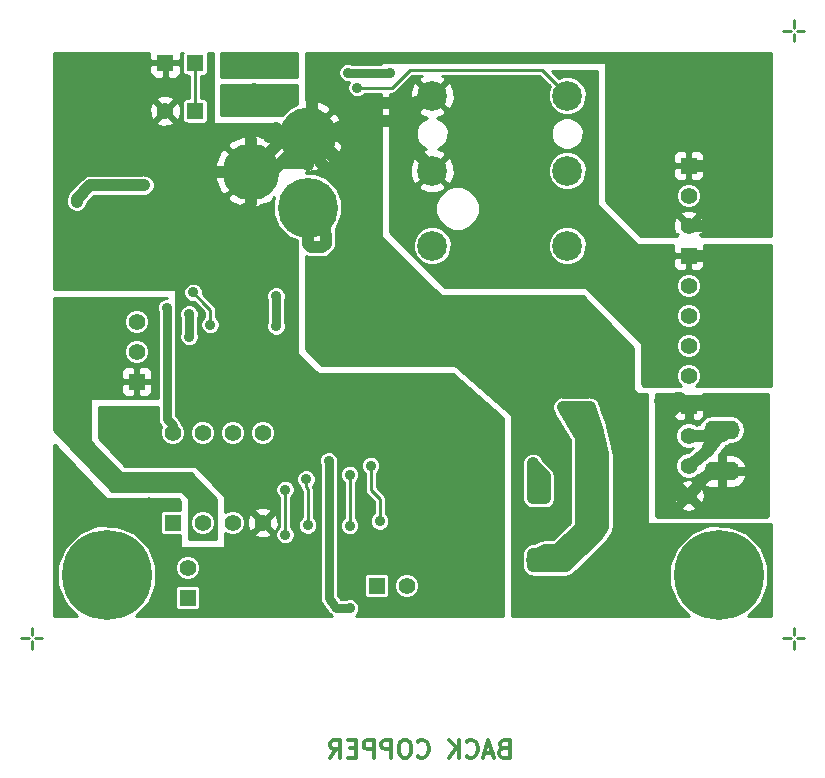
<source format=gbl>
G04 (created by PCBNEW (2013-07-07 BZR 4022)-stable) date 2/14/2016 6:55:42 AM*
%MOIN*%
G04 Gerber Fmt 3.4, Leading zero omitted, Abs format*
%FSLAX34Y34*%
G01*
G70*
G90*
G04 APERTURE LIST*
%ADD10C,0.00590551*%
%ADD11C,0.011811*%
%ADD12R,0.055X0.055*%
%ADD13C,0.055*%
%ADD14O,0.12X0.062*%
%ADD15O,0.12X0.063*%
%ADD16C,0.19*%
%ADD17C,0.2*%
%ADD18C,0.099*%
%ADD19C,0.3*%
%ADD20C,0.04*%
%ADD21C,0.035*%
%ADD22C,0.01*%
%ADD23C,0.04*%
%ADD24C,0.03*%
G04 APERTURE END LIST*
G54D10*
G54D11*
X40334Y-36429D02*
X40249Y-36457D01*
X40221Y-36485D01*
X40193Y-36542D01*
X40193Y-36626D01*
X40221Y-36682D01*
X40249Y-36710D01*
X40305Y-36739D01*
X40530Y-36739D01*
X40530Y-36148D01*
X40334Y-36148D01*
X40277Y-36176D01*
X40249Y-36204D01*
X40221Y-36260D01*
X40221Y-36317D01*
X40249Y-36373D01*
X40277Y-36401D01*
X40334Y-36429D01*
X40530Y-36429D01*
X39968Y-36570D02*
X39687Y-36570D01*
X40024Y-36739D02*
X39827Y-36148D01*
X39630Y-36739D01*
X39096Y-36682D02*
X39124Y-36710D01*
X39209Y-36739D01*
X39265Y-36739D01*
X39349Y-36710D01*
X39406Y-36654D01*
X39434Y-36598D01*
X39462Y-36485D01*
X39462Y-36401D01*
X39434Y-36289D01*
X39406Y-36232D01*
X39349Y-36176D01*
X39265Y-36148D01*
X39209Y-36148D01*
X39124Y-36176D01*
X39096Y-36204D01*
X38843Y-36739D02*
X38843Y-36148D01*
X38506Y-36739D02*
X38759Y-36401D01*
X38506Y-36148D02*
X38843Y-36485D01*
X37465Y-36682D02*
X37493Y-36710D01*
X37578Y-36739D01*
X37634Y-36739D01*
X37718Y-36710D01*
X37774Y-36654D01*
X37803Y-36598D01*
X37831Y-36485D01*
X37831Y-36401D01*
X37803Y-36289D01*
X37774Y-36232D01*
X37718Y-36176D01*
X37634Y-36148D01*
X37578Y-36148D01*
X37493Y-36176D01*
X37465Y-36204D01*
X37100Y-36148D02*
X36987Y-36148D01*
X36931Y-36176D01*
X36875Y-36232D01*
X36846Y-36345D01*
X36846Y-36542D01*
X36875Y-36654D01*
X36931Y-36710D01*
X36987Y-36739D01*
X37100Y-36739D01*
X37156Y-36710D01*
X37212Y-36654D01*
X37240Y-36542D01*
X37240Y-36345D01*
X37212Y-36232D01*
X37156Y-36176D01*
X37100Y-36148D01*
X36593Y-36739D02*
X36593Y-36148D01*
X36368Y-36148D01*
X36312Y-36176D01*
X36284Y-36204D01*
X36256Y-36260D01*
X36256Y-36345D01*
X36284Y-36401D01*
X36312Y-36429D01*
X36368Y-36457D01*
X36593Y-36457D01*
X36003Y-36739D02*
X36003Y-36148D01*
X35778Y-36148D01*
X35722Y-36176D01*
X35693Y-36204D01*
X35665Y-36260D01*
X35665Y-36345D01*
X35693Y-36401D01*
X35722Y-36429D01*
X35778Y-36457D01*
X36003Y-36457D01*
X35412Y-36429D02*
X35215Y-36429D01*
X35131Y-36739D02*
X35412Y-36739D01*
X35412Y-36148D01*
X35131Y-36148D01*
X34541Y-36739D02*
X34737Y-36457D01*
X34878Y-36739D02*
X34878Y-36148D01*
X34653Y-36148D01*
X34597Y-36176D01*
X34569Y-36204D01*
X34541Y-36260D01*
X34541Y-36345D01*
X34569Y-36401D01*
X34597Y-36429D01*
X34653Y-36457D01*
X34878Y-36457D01*
G54D12*
X29800Y-31400D03*
G54D13*
X29800Y-30400D03*
G54D14*
X47600Y-27188D03*
G54D15*
X47600Y-25811D03*
G54D16*
X31900Y-17200D03*
X33800Y-16000D03*
G54D17*
X33800Y-18400D03*
G54D18*
X37950Y-19670D03*
X37950Y-17170D03*
X37950Y-14670D03*
X42450Y-19670D03*
X42450Y-17170D03*
X42450Y-14670D03*
G54D19*
X27100Y-30650D03*
X47500Y-30650D03*
G54D12*
X29300Y-28900D03*
G54D13*
X30300Y-28900D03*
X31300Y-28900D03*
X32300Y-28900D03*
X32300Y-25900D03*
X31300Y-25900D03*
X30300Y-25900D03*
X29300Y-25900D03*
G54D12*
X28100Y-24200D03*
G54D13*
X28100Y-23200D03*
X28100Y-22200D03*
G54D12*
X46500Y-25000D03*
G54D13*
X46500Y-26000D03*
X46500Y-27000D03*
X46500Y-28000D03*
G54D12*
X46500Y-17000D03*
G54D13*
X46500Y-18000D03*
X46500Y-19000D03*
G54D12*
X36100Y-31000D03*
G54D13*
X37100Y-31000D03*
G54D12*
X46500Y-20000D03*
G54D13*
X46500Y-21000D03*
X46500Y-22000D03*
X46500Y-23000D03*
X46500Y-24000D03*
G54D12*
X30050Y-15175D03*
G54D13*
X29050Y-15175D03*
G54D12*
X29050Y-13575D03*
X30050Y-13575D03*
G54D20*
X34400Y-19600D03*
X33910Y-19710D03*
X32050Y-13900D03*
X32050Y-13425D03*
X26100Y-18200D03*
X28350Y-17650D03*
X42300Y-25050D03*
X42900Y-28090D03*
X41300Y-30350D03*
X41300Y-28080D03*
X41700Y-28080D03*
X41300Y-26920D03*
X41300Y-27340D03*
X42750Y-25050D03*
X43200Y-25050D03*
X41300Y-29940D03*
X42900Y-28510D03*
X45700Y-28150D03*
X47650Y-28150D03*
X47250Y-28150D03*
X47150Y-24850D03*
X45550Y-24850D03*
X45700Y-28550D03*
X47150Y-26500D03*
G54D21*
X33050Y-29300D03*
X33050Y-27800D03*
X29980Y-21230D03*
X30550Y-22300D03*
X35450Y-14400D03*
X33800Y-28990D03*
X33750Y-27450D03*
X35200Y-29000D03*
X35200Y-27300D03*
X36200Y-28850D03*
X35900Y-27000D03*
X35200Y-31750D03*
X34500Y-26850D03*
X29850Y-22700D03*
X29850Y-21950D03*
X35150Y-13900D03*
X36550Y-13900D03*
X32750Y-22350D03*
X32750Y-21350D03*
X29100Y-21750D03*
G54D20*
X48300Y-13400D03*
X47700Y-13400D03*
X48900Y-13400D03*
X35125Y-15700D03*
X35125Y-16250D03*
X32360Y-18440D03*
X32506Y-16056D03*
X31710Y-18440D03*
X34400Y-17075D03*
X35100Y-14900D03*
X47050Y-16350D03*
X47750Y-16350D03*
X48450Y-16350D03*
X31050Y-24100D03*
X44350Y-23450D03*
X44300Y-25250D03*
X30640Y-17200D03*
X35250Y-31150D03*
X45350Y-16500D03*
X43850Y-23150D03*
X28150Y-13850D03*
X28150Y-15700D03*
X28150Y-14500D03*
X28150Y-15150D03*
X36700Y-16900D03*
X45400Y-19000D03*
X38760Y-27700D03*
X41300Y-25700D03*
X41300Y-28700D03*
X41300Y-29130D03*
X44800Y-28100D03*
X44800Y-28520D03*
X29000Y-18550D03*
X29500Y-18300D03*
X30900Y-19550D03*
X31050Y-24700D03*
X28500Y-28250D03*
X36200Y-24200D03*
X35200Y-24650D03*
X33243Y-24656D03*
X44850Y-25250D03*
X38100Y-25300D03*
X43950Y-17400D03*
X31900Y-19800D03*
X31450Y-19800D03*
X30100Y-18450D03*
X26700Y-18500D03*
X25750Y-19900D03*
X44450Y-13400D03*
X46500Y-13400D03*
X47100Y-13400D03*
X37150Y-28200D03*
X37250Y-30050D03*
X43350Y-23450D03*
X41300Y-26140D03*
X43850Y-25250D03*
X37200Y-27050D03*
G54D21*
X32025Y-14425D03*
X32025Y-14775D03*
G54D22*
X50000Y-12600D02*
X50000Y-12850D01*
X49900Y-12500D02*
X49650Y-12500D01*
X49900Y-32750D02*
X49650Y-32750D01*
X50000Y-32650D02*
X50000Y-32400D01*
X24500Y-32750D02*
X24250Y-32750D01*
X24500Y-32750D02*
X24250Y-32750D01*
X24600Y-32850D02*
X24600Y-33100D01*
X24600Y-32850D02*
X24600Y-33100D01*
X24700Y-32750D02*
X24950Y-32750D01*
X24600Y-32650D02*
X24600Y-32400D01*
X50100Y-12500D02*
X50350Y-12500D01*
X50000Y-12400D02*
X50000Y-12150D01*
X50000Y-32850D02*
X50000Y-33100D01*
X50100Y-32750D02*
X50350Y-32750D01*
G54D23*
X34400Y-19600D02*
X34390Y-18930D01*
X34390Y-18930D02*
X34480Y-18850D01*
X33910Y-19710D02*
X34290Y-19710D01*
X34290Y-19710D02*
X34400Y-19600D01*
X33800Y-18400D02*
X33800Y-19600D01*
X33800Y-19600D02*
X33910Y-19710D01*
X26100Y-18150D02*
X26100Y-18200D01*
X26550Y-17650D02*
X28350Y-17650D01*
X26100Y-18100D02*
X26550Y-17650D01*
X42900Y-25450D02*
X42900Y-27150D01*
X42900Y-27150D02*
X42900Y-27710D01*
X43650Y-26600D02*
X43650Y-29050D01*
X42400Y-30350D02*
X43450Y-29350D01*
X42200Y-30350D02*
X42400Y-30350D01*
X43650Y-26600D02*
X43450Y-25750D01*
X43650Y-29050D02*
X43450Y-29350D01*
X42300Y-25050D02*
X42873Y-26005D01*
X43200Y-25050D02*
X43300Y-25350D01*
X43300Y-25350D02*
X43450Y-25750D01*
X43450Y-29150D02*
X43200Y-29350D01*
X43450Y-25750D02*
X43450Y-29150D01*
X42300Y-25050D02*
X43200Y-25050D01*
X42750Y-25050D02*
X42690Y-25110D01*
X42950Y-29000D02*
X42120Y-29800D01*
X42900Y-25450D02*
X42300Y-25050D01*
X42120Y-29800D02*
X42355Y-29800D01*
X42355Y-29800D02*
X42900Y-29255D01*
X41300Y-26950D02*
X41510Y-27160D01*
X41300Y-26920D02*
X41300Y-26950D01*
X41700Y-27350D02*
X41510Y-27160D01*
X41700Y-27350D02*
X41700Y-28080D01*
X41300Y-29940D02*
X41300Y-30140D01*
X41300Y-30140D02*
X41290Y-30150D01*
X41300Y-30350D02*
X41530Y-30350D01*
X41530Y-30350D02*
X41460Y-30350D01*
X42600Y-29700D02*
X42600Y-29620D01*
X42600Y-29620D02*
X42965Y-29255D01*
X42965Y-29255D02*
X42900Y-29255D01*
X42900Y-27710D02*
X42900Y-28900D01*
X42900Y-28900D02*
X42900Y-29255D01*
X42900Y-29255D02*
X42900Y-29190D01*
X42900Y-29190D02*
X42980Y-29270D01*
X41300Y-27710D02*
X41300Y-28080D01*
X41300Y-28080D02*
X41700Y-28080D01*
X43200Y-27700D02*
X43200Y-29350D01*
X43200Y-29350D02*
X42200Y-30350D01*
X41300Y-26920D02*
X41300Y-27340D01*
X41300Y-27340D02*
X41300Y-27710D01*
X41530Y-30350D02*
X42200Y-30350D01*
X42600Y-29950D02*
X42600Y-29700D01*
X42200Y-30350D02*
X42600Y-29950D01*
X41300Y-29940D02*
X41450Y-29940D01*
X41450Y-29940D02*
X41700Y-29800D01*
X41700Y-29800D02*
X42120Y-29800D01*
X42120Y-29800D02*
X42600Y-29800D01*
X42850Y-25150D02*
X42900Y-25450D01*
X42750Y-25050D02*
X42850Y-25150D01*
X42900Y-27710D02*
X42900Y-27750D01*
X42900Y-27750D02*
X43000Y-28090D01*
X42300Y-29850D02*
X42300Y-30000D01*
X42350Y-29800D02*
X42300Y-29850D01*
X42600Y-29700D02*
X42300Y-30000D01*
X42300Y-30000D02*
X42250Y-30050D01*
X42250Y-30050D02*
X41300Y-29940D01*
X43200Y-25050D02*
X43200Y-25250D01*
X43200Y-25250D02*
X43200Y-27700D01*
X43200Y-25050D02*
X43200Y-25050D01*
X43200Y-27700D02*
X43200Y-27700D01*
X43200Y-27700D02*
X42900Y-28510D01*
X42900Y-28510D02*
X42900Y-28510D01*
X42900Y-28510D02*
X42900Y-28510D01*
X42900Y-28510D02*
X42900Y-28510D01*
X47150Y-24850D02*
X46200Y-24850D01*
X46200Y-24850D02*
X46100Y-24750D01*
X45550Y-24850D02*
X46100Y-24850D01*
X46100Y-24850D02*
X46200Y-24750D01*
X46500Y-28000D02*
X46200Y-28000D01*
X46100Y-25000D02*
X46500Y-25000D01*
X45600Y-25500D02*
X46100Y-25000D01*
X45600Y-27400D02*
X45600Y-25500D01*
X46200Y-28000D02*
X45600Y-27400D01*
X46500Y-28000D02*
X47000Y-27400D01*
X47000Y-27400D02*
X47311Y-27188D01*
X47311Y-27188D02*
X47850Y-27188D01*
X47850Y-25811D02*
X47688Y-25811D01*
X47688Y-25811D02*
X47150Y-26500D01*
X46500Y-27000D02*
X47150Y-26500D01*
X47150Y-26390D02*
X47140Y-26380D01*
X47150Y-26500D02*
X47150Y-26390D01*
X47850Y-25811D02*
X47661Y-26000D01*
X47661Y-26000D02*
X46780Y-26000D01*
G54D22*
X33050Y-29150D02*
X33050Y-29300D01*
X33050Y-29300D02*
X33050Y-29150D01*
X33050Y-27800D02*
X33050Y-29300D01*
X30550Y-22300D02*
X30550Y-21800D01*
X30550Y-21800D02*
X30350Y-21600D01*
X30350Y-21600D02*
X29980Y-21230D01*
X35450Y-14400D02*
X36600Y-14400D01*
X29980Y-21230D02*
X29980Y-21230D01*
X36600Y-14400D02*
X37200Y-13800D01*
X42450Y-14650D02*
X41600Y-13800D01*
X41600Y-13800D02*
X39050Y-13800D01*
X42450Y-14650D02*
X42450Y-14670D01*
X37200Y-13800D02*
X39050Y-13800D01*
X33800Y-28990D02*
X33800Y-27780D01*
X33750Y-27730D02*
X33750Y-27450D01*
X33800Y-27780D02*
X33750Y-27730D01*
X35200Y-29000D02*
X35200Y-27450D01*
X35200Y-27450D02*
X35200Y-27300D01*
X35200Y-27290D02*
X35200Y-27290D01*
X35200Y-27290D02*
X35200Y-27300D01*
X35900Y-27000D02*
X35900Y-27800D01*
X35900Y-27800D02*
X36200Y-28100D01*
X36200Y-28100D02*
X36200Y-28850D01*
X35900Y-27000D02*
X35900Y-27000D01*
G54D24*
X29100Y-25450D02*
X29100Y-23100D01*
X29100Y-23100D02*
X29100Y-21750D01*
X34500Y-27000D02*
X34500Y-26850D01*
X35200Y-31750D02*
X34755Y-31750D01*
X34500Y-31421D02*
X34755Y-31750D01*
X34500Y-27000D02*
X34500Y-31421D01*
X29850Y-22700D02*
X29850Y-22700D01*
X29850Y-22300D02*
X29850Y-21950D01*
X29850Y-22550D02*
X29850Y-22300D01*
X29850Y-22700D02*
X29850Y-22550D01*
X35150Y-13900D02*
X36550Y-13900D01*
X32750Y-22350D02*
X32750Y-21350D01*
X29300Y-25900D02*
X29300Y-25650D01*
X29300Y-25650D02*
X29100Y-25450D01*
X29100Y-21750D02*
X29100Y-21750D01*
X29100Y-21750D02*
X29100Y-21750D01*
X29100Y-21750D02*
X29100Y-21750D01*
G54D23*
X46500Y-17000D02*
X47100Y-17000D01*
X46500Y-20000D02*
X47100Y-20000D01*
X46500Y-19000D02*
X47100Y-19000D01*
X35125Y-15700D02*
X34830Y-15700D01*
X34830Y-15700D02*
X34740Y-15790D01*
X34875Y-16000D02*
X35125Y-16250D01*
X33800Y-16000D02*
X34875Y-16000D01*
X32510Y-16060D02*
X32509Y-16060D01*
X32509Y-16060D02*
X32506Y-16056D01*
X31710Y-18440D02*
X31706Y-18443D01*
X34200Y-16875D02*
X34400Y-17075D01*
X36100Y-15500D02*
X36575Y-15500D01*
X37950Y-17150D02*
X36575Y-15500D01*
X37950Y-17150D02*
X37950Y-17170D01*
X37950Y-14670D02*
X37975Y-14670D01*
X37350Y-14900D02*
X35100Y-14900D01*
X37975Y-14670D02*
X37350Y-14900D01*
X32900Y-16900D02*
X33740Y-16900D01*
X33740Y-16900D02*
X33800Y-16960D01*
X33800Y-16000D02*
X33000Y-16000D01*
X33000Y-16000D02*
X32750Y-15750D01*
X31900Y-17200D02*
X31900Y-17190D01*
X31900Y-17190D02*
X32870Y-16220D01*
X33800Y-16000D02*
X33800Y-16960D01*
X33800Y-16960D02*
X33820Y-16980D01*
X35600Y-17650D02*
X35600Y-17550D01*
X35600Y-21900D02*
X36390Y-22920D01*
X35600Y-21100D02*
X35600Y-21900D01*
X35600Y-21100D02*
X35600Y-17650D01*
X43850Y-23150D02*
X43600Y-22900D01*
X36390Y-22920D02*
X43600Y-22900D01*
X34050Y-16000D02*
X33800Y-16000D01*
X35600Y-17550D02*
X34050Y-16000D01*
X31900Y-17200D02*
X31900Y-16150D01*
X31900Y-17200D02*
X30840Y-17200D01*
X31900Y-17200D02*
X31900Y-18250D01*
X33800Y-16000D02*
X33800Y-15950D01*
X44450Y-13400D02*
X43300Y-13400D01*
X43300Y-13400D02*
X40650Y-13400D01*
X40650Y-13400D02*
X37000Y-13400D01*
X37000Y-13400D02*
X34350Y-13400D01*
X33950Y-15850D02*
X33800Y-16000D01*
X33950Y-13800D02*
X33950Y-15850D01*
X34350Y-13400D02*
X33950Y-13800D01*
X33800Y-16000D02*
X33950Y-16000D01*
X31900Y-17200D02*
X32600Y-17200D01*
X32600Y-17200D02*
X32900Y-16900D01*
X32900Y-16900D02*
X33800Y-16000D01*
X33800Y-16000D02*
X32700Y-16000D01*
G54D22*
X33250Y-16750D02*
X33800Y-16000D01*
X30050Y-14425D02*
X30050Y-14400D01*
X30050Y-13575D02*
X30050Y-14400D01*
X30050Y-14400D02*
X30050Y-15175D01*
G54D10*
G36*
X49250Y-32000D02*
X48483Y-32000D01*
X48897Y-31585D01*
X49149Y-30979D01*
X49150Y-30323D01*
X48899Y-29716D01*
X48435Y-29252D01*
X47829Y-29000D01*
X47173Y-28999D01*
X46566Y-29250D01*
X46102Y-29714D01*
X45850Y-30320D01*
X45849Y-30976D01*
X46100Y-31583D01*
X46516Y-32000D01*
X44000Y-32000D01*
X44000Y-29050D01*
X44000Y-26600D01*
X43991Y-26556D01*
X43990Y-26520D01*
X43790Y-25670D01*
X43781Y-25650D01*
X43777Y-25626D01*
X43628Y-25228D01*
X43550Y-24993D01*
X43550Y-24980D01*
X43523Y-24916D01*
X43496Y-24852D01*
X43447Y-24802D01*
X43398Y-24753D01*
X43269Y-24700D01*
X43130Y-24699D01*
X43130Y-24700D01*
X42750Y-24700D01*
X42680Y-24699D01*
X42680Y-24700D01*
X42300Y-24700D01*
X42230Y-24699D01*
X42102Y-24753D01*
X42003Y-24851D01*
X41950Y-24980D01*
X41949Y-25119D01*
X41976Y-25183D01*
X42003Y-25248D01*
X42022Y-25266D01*
X42550Y-26145D01*
X42550Y-27150D01*
X42550Y-27710D01*
X42550Y-27750D01*
X42550Y-28089D01*
X42549Y-28159D01*
X42550Y-28159D01*
X42550Y-28509D01*
X42549Y-28579D01*
X42550Y-28579D01*
X42550Y-28900D01*
X42550Y-28900D01*
X42050Y-29381D01*
X42050Y-28010D01*
X42050Y-28010D01*
X42050Y-27350D01*
X42023Y-27216D01*
X41947Y-27102D01*
X41757Y-26912D01*
X41617Y-26772D01*
X41596Y-26722D01*
X41547Y-26672D01*
X41498Y-26623D01*
X41369Y-26570D01*
X41230Y-26569D01*
X41102Y-26623D01*
X41003Y-26721D01*
X40950Y-26850D01*
X40949Y-26989D01*
X40950Y-26989D01*
X40950Y-27339D01*
X40949Y-27409D01*
X40950Y-27409D01*
X40950Y-27710D01*
X40950Y-28079D01*
X40949Y-28149D01*
X40976Y-28213D01*
X41003Y-28278D01*
X41052Y-28327D01*
X41101Y-28376D01*
X41166Y-28403D01*
X41230Y-28429D01*
X41300Y-28430D01*
X41369Y-28430D01*
X41369Y-28430D01*
X41699Y-28430D01*
X41700Y-28430D01*
X41769Y-28430D01*
X41833Y-28403D01*
X41898Y-28376D01*
X41947Y-28327D01*
X41996Y-28278D01*
X42023Y-28213D01*
X42049Y-28149D01*
X42050Y-28080D01*
X42050Y-28010D01*
X42050Y-29381D01*
X41978Y-29450D01*
X41700Y-29450D01*
X41679Y-29454D01*
X41659Y-29452D01*
X41615Y-29466D01*
X41566Y-29476D01*
X41548Y-29488D01*
X41529Y-29494D01*
X41358Y-29590D01*
X41300Y-29590D01*
X41230Y-29589D01*
X41102Y-29643D01*
X41003Y-29741D01*
X40950Y-29870D01*
X40949Y-30009D01*
X40950Y-30009D01*
X40950Y-30099D01*
X40940Y-30150D01*
X40960Y-30254D01*
X40950Y-30280D01*
X40949Y-30419D01*
X40976Y-30483D01*
X41003Y-30548D01*
X41052Y-30597D01*
X41101Y-30646D01*
X41166Y-30673D01*
X41230Y-30699D01*
X41300Y-30700D01*
X41369Y-30700D01*
X41369Y-30700D01*
X41460Y-30700D01*
X41530Y-30700D01*
X42200Y-30700D01*
X42400Y-30700D01*
X42462Y-30687D01*
X42525Y-30676D01*
X42529Y-30674D01*
X42533Y-30673D01*
X42587Y-30637D01*
X42641Y-30603D01*
X43691Y-29603D01*
X43714Y-29571D01*
X43741Y-29544D01*
X43941Y-29244D01*
X43954Y-29212D01*
X43973Y-29183D01*
X43980Y-29150D01*
X43993Y-29118D01*
X43993Y-29083D01*
X44000Y-29050D01*
X44000Y-32000D01*
X40600Y-32000D01*
X40600Y-25327D01*
X38719Y-23650D01*
X35000Y-23650D01*
X35000Y-16236D01*
X34999Y-15759D01*
X34818Y-15321D01*
X34655Y-15215D01*
X33870Y-16000D01*
X34655Y-16784D01*
X34818Y-16678D01*
X35000Y-16236D01*
X35000Y-23650D01*
X34270Y-23650D01*
X33750Y-23129D01*
X33750Y-20022D01*
X33776Y-20033D01*
X33840Y-20059D01*
X33910Y-20060D01*
X33979Y-20060D01*
X33979Y-20060D01*
X34290Y-20060D01*
X34423Y-20033D01*
X34423Y-20033D01*
X34537Y-19957D01*
X34647Y-19847D01*
X34647Y-19847D01*
X34650Y-19844D01*
X34651Y-19843D01*
X34652Y-19842D01*
X34696Y-19798D01*
X34723Y-19733D01*
X34724Y-19730D01*
X34725Y-19728D01*
X34726Y-19726D01*
X34749Y-19669D01*
X34750Y-19600D01*
X34750Y-19597D01*
X34750Y-19594D01*
X34750Y-19565D01*
X34750Y-19530D01*
X34749Y-19529D01*
X34742Y-19084D01*
X34774Y-19052D01*
X34794Y-19003D01*
X34794Y-19002D01*
X34794Y-19002D01*
X34949Y-18629D01*
X34950Y-18172D01*
X34775Y-17749D01*
X34452Y-17425D01*
X34029Y-17250D01*
X33750Y-17249D01*
X33750Y-17200D01*
X34040Y-17199D01*
X34478Y-17018D01*
X34584Y-16855D01*
X33800Y-16070D01*
X33794Y-16076D01*
X33750Y-16031D01*
X33750Y-15968D01*
X33794Y-15923D01*
X33800Y-15929D01*
X34584Y-15144D01*
X34478Y-14981D01*
X34036Y-14799D01*
X33750Y-14800D01*
X33750Y-13250D01*
X36250Y-13250D01*
X36250Y-13600D01*
X35275Y-13600D01*
X35214Y-13575D01*
X35085Y-13574D01*
X34966Y-13624D01*
X34874Y-13715D01*
X34825Y-13835D01*
X34824Y-13964D01*
X34874Y-14083D01*
X34965Y-14175D01*
X35085Y-14224D01*
X35170Y-14225D01*
X35125Y-14335D01*
X35124Y-14464D01*
X35174Y-14583D01*
X35265Y-14675D01*
X35385Y-14724D01*
X35514Y-14725D01*
X35633Y-14675D01*
X35709Y-14600D01*
X36250Y-14600D01*
X36250Y-19370D01*
X38229Y-21350D01*
X42978Y-21350D01*
X44650Y-23070D01*
X44650Y-24470D01*
X44779Y-24600D01*
X45100Y-24600D01*
X45100Y-28950D01*
X49250Y-28950D01*
X49250Y-32000D01*
X49250Y-32000D01*
G37*
G54D22*
X49250Y-32000D02*
X48483Y-32000D01*
X48897Y-31585D01*
X49149Y-30979D01*
X49150Y-30323D01*
X48899Y-29716D01*
X48435Y-29252D01*
X47829Y-29000D01*
X47173Y-28999D01*
X46566Y-29250D01*
X46102Y-29714D01*
X45850Y-30320D01*
X45849Y-30976D01*
X46100Y-31583D01*
X46516Y-32000D01*
X44000Y-32000D01*
X44000Y-29050D01*
X44000Y-26600D01*
X43991Y-26556D01*
X43990Y-26520D01*
X43790Y-25670D01*
X43781Y-25650D01*
X43777Y-25626D01*
X43628Y-25228D01*
X43550Y-24993D01*
X43550Y-24980D01*
X43523Y-24916D01*
X43496Y-24852D01*
X43447Y-24802D01*
X43398Y-24753D01*
X43269Y-24700D01*
X43130Y-24699D01*
X43130Y-24700D01*
X42750Y-24700D01*
X42680Y-24699D01*
X42680Y-24700D01*
X42300Y-24700D01*
X42230Y-24699D01*
X42102Y-24753D01*
X42003Y-24851D01*
X41950Y-24980D01*
X41949Y-25119D01*
X41976Y-25183D01*
X42003Y-25248D01*
X42022Y-25266D01*
X42550Y-26145D01*
X42550Y-27150D01*
X42550Y-27710D01*
X42550Y-27750D01*
X42550Y-28089D01*
X42549Y-28159D01*
X42550Y-28159D01*
X42550Y-28509D01*
X42549Y-28579D01*
X42550Y-28579D01*
X42550Y-28900D01*
X42550Y-28900D01*
X42050Y-29381D01*
X42050Y-28010D01*
X42050Y-28010D01*
X42050Y-27350D01*
X42023Y-27216D01*
X41947Y-27102D01*
X41757Y-26912D01*
X41617Y-26772D01*
X41596Y-26722D01*
X41547Y-26672D01*
X41498Y-26623D01*
X41369Y-26570D01*
X41230Y-26569D01*
X41102Y-26623D01*
X41003Y-26721D01*
X40950Y-26850D01*
X40949Y-26989D01*
X40950Y-26989D01*
X40950Y-27339D01*
X40949Y-27409D01*
X40950Y-27409D01*
X40950Y-27710D01*
X40950Y-28079D01*
X40949Y-28149D01*
X40976Y-28213D01*
X41003Y-28278D01*
X41052Y-28327D01*
X41101Y-28376D01*
X41166Y-28403D01*
X41230Y-28429D01*
X41300Y-28430D01*
X41369Y-28430D01*
X41369Y-28430D01*
X41699Y-28430D01*
X41700Y-28430D01*
X41769Y-28430D01*
X41833Y-28403D01*
X41898Y-28376D01*
X41947Y-28327D01*
X41996Y-28278D01*
X42023Y-28213D01*
X42049Y-28149D01*
X42050Y-28080D01*
X42050Y-28010D01*
X42050Y-29381D01*
X41978Y-29450D01*
X41700Y-29450D01*
X41679Y-29454D01*
X41659Y-29452D01*
X41615Y-29466D01*
X41566Y-29476D01*
X41548Y-29488D01*
X41529Y-29494D01*
X41358Y-29590D01*
X41300Y-29590D01*
X41230Y-29589D01*
X41102Y-29643D01*
X41003Y-29741D01*
X40950Y-29870D01*
X40949Y-30009D01*
X40950Y-30009D01*
X40950Y-30099D01*
X40940Y-30150D01*
X40960Y-30254D01*
X40950Y-30280D01*
X40949Y-30419D01*
X40976Y-30483D01*
X41003Y-30548D01*
X41052Y-30597D01*
X41101Y-30646D01*
X41166Y-30673D01*
X41230Y-30699D01*
X41300Y-30700D01*
X41369Y-30700D01*
X41369Y-30700D01*
X41460Y-30700D01*
X41530Y-30700D01*
X42200Y-30700D01*
X42400Y-30700D01*
X42462Y-30687D01*
X42525Y-30676D01*
X42529Y-30674D01*
X42533Y-30673D01*
X42587Y-30637D01*
X42641Y-30603D01*
X43691Y-29603D01*
X43714Y-29571D01*
X43741Y-29544D01*
X43941Y-29244D01*
X43954Y-29212D01*
X43973Y-29183D01*
X43980Y-29150D01*
X43993Y-29118D01*
X43993Y-29083D01*
X44000Y-29050D01*
X44000Y-32000D01*
X40600Y-32000D01*
X40600Y-25327D01*
X38719Y-23650D01*
X35000Y-23650D01*
X35000Y-16236D01*
X34999Y-15759D01*
X34818Y-15321D01*
X34655Y-15215D01*
X33870Y-16000D01*
X34655Y-16784D01*
X34818Y-16678D01*
X35000Y-16236D01*
X35000Y-23650D01*
X34270Y-23650D01*
X33750Y-23129D01*
X33750Y-20022D01*
X33776Y-20033D01*
X33840Y-20059D01*
X33910Y-20060D01*
X33979Y-20060D01*
X33979Y-20060D01*
X34290Y-20060D01*
X34423Y-20033D01*
X34423Y-20033D01*
X34537Y-19957D01*
X34647Y-19847D01*
X34647Y-19847D01*
X34650Y-19844D01*
X34651Y-19843D01*
X34652Y-19842D01*
X34696Y-19798D01*
X34723Y-19733D01*
X34724Y-19730D01*
X34725Y-19728D01*
X34726Y-19726D01*
X34749Y-19669D01*
X34750Y-19600D01*
X34750Y-19597D01*
X34750Y-19594D01*
X34750Y-19565D01*
X34750Y-19530D01*
X34749Y-19529D01*
X34742Y-19084D01*
X34774Y-19052D01*
X34794Y-19003D01*
X34794Y-19002D01*
X34794Y-19002D01*
X34949Y-18629D01*
X34950Y-18172D01*
X34775Y-17749D01*
X34452Y-17425D01*
X34029Y-17250D01*
X33750Y-17249D01*
X33750Y-17200D01*
X34040Y-17199D01*
X34478Y-17018D01*
X34584Y-16855D01*
X33800Y-16070D01*
X33794Y-16076D01*
X33750Y-16031D01*
X33750Y-15968D01*
X33794Y-15923D01*
X33800Y-15929D01*
X34584Y-15144D01*
X34478Y-14981D01*
X34036Y-14799D01*
X33750Y-14800D01*
X33750Y-13250D01*
X36250Y-13250D01*
X36250Y-13600D01*
X35275Y-13600D01*
X35214Y-13575D01*
X35085Y-13574D01*
X34966Y-13624D01*
X34874Y-13715D01*
X34825Y-13835D01*
X34824Y-13964D01*
X34874Y-14083D01*
X34965Y-14175D01*
X35085Y-14224D01*
X35170Y-14225D01*
X35125Y-14335D01*
X35124Y-14464D01*
X35174Y-14583D01*
X35265Y-14675D01*
X35385Y-14724D01*
X35514Y-14725D01*
X35633Y-14675D01*
X35709Y-14600D01*
X36250Y-14600D01*
X36250Y-19370D01*
X38229Y-21350D01*
X42978Y-21350D01*
X44650Y-23070D01*
X44650Y-24470D01*
X44779Y-24600D01*
X45100Y-24600D01*
X45100Y-28950D01*
X49250Y-28950D01*
X49250Y-32000D01*
G54D10*
G36*
X40300Y-32000D02*
X37525Y-32000D01*
X37525Y-30915D01*
X37460Y-30759D01*
X37341Y-30639D01*
X37184Y-30575D01*
X37015Y-30574D01*
X36859Y-30639D01*
X36739Y-30758D01*
X36675Y-30915D01*
X36674Y-31084D01*
X36739Y-31240D01*
X36858Y-31360D01*
X37015Y-31424D01*
X37184Y-31425D01*
X37340Y-31360D01*
X37460Y-31241D01*
X37524Y-31084D01*
X37525Y-30915D01*
X37525Y-32000D01*
X36525Y-32000D01*
X36525Y-28785D01*
X36475Y-28666D01*
X36400Y-28590D01*
X36400Y-28100D01*
X36399Y-28099D01*
X36384Y-28023D01*
X36384Y-28023D01*
X36370Y-28001D01*
X36341Y-27958D01*
X36341Y-27958D01*
X36100Y-27717D01*
X36100Y-27259D01*
X36175Y-27184D01*
X36224Y-27064D01*
X36225Y-26935D01*
X36175Y-26816D01*
X36084Y-26724D01*
X35964Y-26675D01*
X35835Y-26674D01*
X35716Y-26724D01*
X35624Y-26815D01*
X35575Y-26935D01*
X35574Y-27064D01*
X35624Y-27183D01*
X35700Y-27259D01*
X35700Y-27800D01*
X35715Y-27876D01*
X35758Y-27941D01*
X36000Y-28182D01*
X36000Y-28590D01*
X35924Y-28665D01*
X35875Y-28785D01*
X35874Y-28914D01*
X35924Y-29033D01*
X36015Y-29125D01*
X36135Y-29174D01*
X36264Y-29175D01*
X36383Y-29125D01*
X36475Y-29034D01*
X36524Y-28914D01*
X36525Y-28785D01*
X36525Y-32000D01*
X36525Y-32000D01*
X36525Y-31245D01*
X36525Y-30695D01*
X36502Y-30640D01*
X36460Y-30597D01*
X36404Y-30575D01*
X36345Y-30574D01*
X35795Y-30574D01*
X35740Y-30597D01*
X35697Y-30639D01*
X35675Y-30695D01*
X35674Y-30754D01*
X35674Y-31304D01*
X35697Y-31359D01*
X35739Y-31402D01*
X35795Y-31424D01*
X35854Y-31425D01*
X36404Y-31425D01*
X36459Y-31402D01*
X36502Y-31360D01*
X36524Y-31304D01*
X36525Y-31245D01*
X36525Y-32000D01*
X35409Y-32000D01*
X35475Y-31934D01*
X35524Y-31814D01*
X35525Y-31685D01*
X35525Y-28935D01*
X35475Y-28816D01*
X35400Y-28740D01*
X35400Y-27559D01*
X35475Y-27484D01*
X35524Y-27364D01*
X35525Y-27235D01*
X35475Y-27116D01*
X35384Y-27024D01*
X35264Y-26975D01*
X35135Y-26974D01*
X35016Y-27024D01*
X34924Y-27115D01*
X34875Y-27235D01*
X34874Y-27364D01*
X34924Y-27483D01*
X35000Y-27559D01*
X35000Y-28740D01*
X34924Y-28815D01*
X34875Y-28935D01*
X34874Y-29064D01*
X34924Y-29183D01*
X35015Y-29275D01*
X35135Y-29324D01*
X35264Y-29325D01*
X35383Y-29275D01*
X35475Y-29184D01*
X35524Y-29064D01*
X35525Y-28935D01*
X35525Y-31685D01*
X35475Y-31566D01*
X35384Y-31474D01*
X35264Y-31425D01*
X35135Y-31424D01*
X35074Y-31450D01*
X34902Y-31450D01*
X34800Y-31318D01*
X34800Y-27000D01*
X34800Y-26975D01*
X34824Y-26914D01*
X34825Y-26785D01*
X34775Y-26666D01*
X34684Y-26574D01*
X34564Y-26525D01*
X34435Y-26524D01*
X34316Y-26574D01*
X34224Y-26665D01*
X34175Y-26785D01*
X34174Y-26914D01*
X34200Y-26975D01*
X34200Y-27000D01*
X34200Y-31421D01*
X34207Y-31460D01*
X34210Y-31501D01*
X34219Y-31517D01*
X34222Y-31536D01*
X34245Y-31569D01*
X34263Y-31605D01*
X34518Y-31934D01*
X34532Y-31945D01*
X34543Y-31962D01*
X34578Y-31985D01*
X34595Y-32000D01*
X34125Y-32000D01*
X34125Y-28925D01*
X34075Y-28806D01*
X34000Y-28730D01*
X34000Y-27780D01*
X33984Y-27703D01*
X33984Y-27703D01*
X33973Y-27686D01*
X33973Y-27686D01*
X34025Y-27634D01*
X34074Y-27514D01*
X34075Y-27385D01*
X34025Y-27266D01*
X33934Y-27174D01*
X33814Y-27125D01*
X33685Y-27124D01*
X33566Y-27174D01*
X33474Y-27265D01*
X33425Y-27385D01*
X33424Y-27514D01*
X33474Y-27633D01*
X33550Y-27709D01*
X33550Y-27730D01*
X33565Y-27806D01*
X33600Y-27858D01*
X33600Y-28730D01*
X33524Y-28805D01*
X33475Y-28925D01*
X33474Y-29054D01*
X33524Y-29173D01*
X33615Y-29265D01*
X33735Y-29314D01*
X33864Y-29315D01*
X33983Y-29265D01*
X34075Y-29174D01*
X34124Y-29054D01*
X34125Y-28925D01*
X34125Y-32000D01*
X33375Y-32000D01*
X33375Y-29235D01*
X33325Y-29116D01*
X33250Y-29040D01*
X33250Y-28059D01*
X33325Y-27984D01*
X33374Y-27864D01*
X33375Y-27735D01*
X33325Y-27616D01*
X33234Y-27524D01*
X33114Y-27475D01*
X33075Y-27475D01*
X33075Y-22285D01*
X33050Y-22224D01*
X33050Y-21475D01*
X33074Y-21414D01*
X33075Y-21285D01*
X33025Y-21166D01*
X32934Y-21074D01*
X32814Y-21025D01*
X32685Y-21024D01*
X32566Y-21074D01*
X32474Y-21165D01*
X32425Y-21285D01*
X32424Y-21414D01*
X32450Y-21475D01*
X32450Y-22224D01*
X32425Y-22285D01*
X32424Y-22414D01*
X32474Y-22533D01*
X32565Y-22625D01*
X32685Y-22674D01*
X32814Y-22675D01*
X32933Y-22625D01*
X33025Y-22534D01*
X33074Y-22414D01*
X33075Y-22285D01*
X33075Y-27475D01*
X32985Y-27474D01*
X32866Y-27524D01*
X32774Y-27615D01*
X32725Y-27735D01*
X32725Y-25815D01*
X32660Y-25659D01*
X32541Y-25539D01*
X32384Y-25475D01*
X32215Y-25474D01*
X32059Y-25539D01*
X31939Y-25658D01*
X31875Y-25815D01*
X31874Y-25984D01*
X31939Y-26140D01*
X32058Y-26260D01*
X32215Y-26324D01*
X32384Y-26325D01*
X32540Y-26260D01*
X32660Y-26141D01*
X32724Y-25984D01*
X32725Y-25815D01*
X32725Y-27735D01*
X32725Y-27735D01*
X32724Y-27864D01*
X32774Y-27983D01*
X32850Y-28059D01*
X32850Y-29040D01*
X32783Y-29106D01*
X32829Y-28975D01*
X32818Y-28767D01*
X32760Y-28627D01*
X32667Y-28602D01*
X32597Y-28673D01*
X32597Y-28532D01*
X32572Y-28439D01*
X32375Y-28370D01*
X32167Y-28381D01*
X32027Y-28439D01*
X32002Y-28532D01*
X32300Y-28829D01*
X32597Y-28532D01*
X32597Y-28673D01*
X32370Y-28900D01*
X32667Y-29197D01*
X32749Y-29175D01*
X32725Y-29235D01*
X32724Y-29364D01*
X32774Y-29483D01*
X32865Y-29575D01*
X32985Y-29624D01*
X33114Y-29625D01*
X33233Y-29575D01*
X33325Y-29484D01*
X33374Y-29364D01*
X33375Y-29235D01*
X33375Y-32000D01*
X32597Y-32000D01*
X32597Y-29267D01*
X32300Y-28970D01*
X32229Y-29041D01*
X32229Y-28900D01*
X31932Y-28602D01*
X31839Y-28627D01*
X31770Y-28824D01*
X31781Y-29032D01*
X31839Y-29172D01*
X31932Y-29197D01*
X32229Y-28900D01*
X32229Y-29041D01*
X32002Y-29267D01*
X32027Y-29360D01*
X32224Y-29429D01*
X32432Y-29418D01*
X32572Y-29360D01*
X32597Y-29267D01*
X32597Y-32000D01*
X30225Y-32000D01*
X30225Y-30315D01*
X30160Y-30159D01*
X30041Y-30039D01*
X29884Y-29975D01*
X29715Y-29974D01*
X29559Y-30039D01*
X29439Y-30158D01*
X29375Y-30315D01*
X29374Y-30484D01*
X29439Y-30640D01*
X29558Y-30760D01*
X29715Y-30824D01*
X29884Y-30825D01*
X30040Y-30760D01*
X30160Y-30641D01*
X30224Y-30484D01*
X30225Y-30315D01*
X30225Y-32000D01*
X30225Y-32000D01*
X30225Y-31645D01*
X30225Y-31095D01*
X30202Y-31040D01*
X30160Y-30997D01*
X30104Y-30975D01*
X30045Y-30974D01*
X29495Y-30974D01*
X29440Y-30997D01*
X29397Y-31039D01*
X29375Y-31095D01*
X29374Y-31154D01*
X29374Y-31704D01*
X29397Y-31759D01*
X29439Y-31802D01*
X29495Y-31824D01*
X29554Y-31825D01*
X30104Y-31825D01*
X30159Y-31802D01*
X30202Y-31760D01*
X30224Y-31704D01*
X30225Y-31645D01*
X30225Y-32000D01*
X28083Y-32000D01*
X28497Y-31585D01*
X28749Y-30979D01*
X28750Y-30323D01*
X28499Y-29716D01*
X28035Y-29252D01*
X27429Y-29000D01*
X26773Y-28999D01*
X26166Y-29250D01*
X25702Y-29714D01*
X25450Y-30320D01*
X25449Y-30976D01*
X25700Y-31583D01*
X26116Y-32000D01*
X25350Y-32000D01*
X25350Y-26300D01*
X25378Y-26300D01*
X27078Y-28100D01*
X29479Y-28100D01*
X29550Y-28170D01*
X29550Y-28474D01*
X29545Y-28474D01*
X28995Y-28474D01*
X28940Y-28497D01*
X28897Y-28539D01*
X28875Y-28595D01*
X28874Y-28654D01*
X28874Y-29204D01*
X28897Y-29259D01*
X28939Y-29302D01*
X28995Y-29324D01*
X29054Y-29325D01*
X29550Y-29325D01*
X29550Y-29750D01*
X31050Y-29750D01*
X31050Y-29251D01*
X31058Y-29260D01*
X31215Y-29324D01*
X31384Y-29325D01*
X31540Y-29260D01*
X31660Y-29141D01*
X31724Y-28984D01*
X31725Y-28815D01*
X31725Y-25815D01*
X31660Y-25659D01*
X31541Y-25539D01*
X31384Y-25475D01*
X31215Y-25474D01*
X31059Y-25539D01*
X30939Y-25658D01*
X30875Y-25815D01*
X30875Y-25835D01*
X30875Y-22235D01*
X30825Y-22116D01*
X30750Y-22040D01*
X30750Y-21800D01*
X30734Y-21723D01*
X30734Y-21723D01*
X30720Y-21701D01*
X30691Y-21658D01*
X30691Y-21658D01*
X30491Y-21458D01*
X30491Y-21458D01*
X30491Y-21458D01*
X30304Y-21272D01*
X30305Y-21165D01*
X30255Y-21046D01*
X30164Y-20954D01*
X30044Y-20905D01*
X29915Y-20904D01*
X29796Y-20954D01*
X29704Y-21045D01*
X29655Y-21165D01*
X29654Y-21294D01*
X29704Y-21413D01*
X29795Y-21505D01*
X29915Y-21554D01*
X30022Y-21555D01*
X30208Y-21741D01*
X30208Y-21741D01*
X30208Y-21741D01*
X30350Y-21882D01*
X30350Y-22040D01*
X30274Y-22115D01*
X30225Y-22235D01*
X30224Y-22364D01*
X30274Y-22483D01*
X30365Y-22575D01*
X30485Y-22624D01*
X30614Y-22625D01*
X30733Y-22575D01*
X30825Y-22484D01*
X30874Y-22364D01*
X30875Y-22235D01*
X30875Y-25835D01*
X30874Y-25984D01*
X30939Y-26140D01*
X31058Y-26260D01*
X31215Y-26324D01*
X31384Y-26325D01*
X31540Y-26260D01*
X31660Y-26141D01*
X31724Y-25984D01*
X31725Y-25815D01*
X31725Y-28815D01*
X31660Y-28659D01*
X31541Y-28539D01*
X31384Y-28475D01*
X31215Y-28474D01*
X31059Y-28539D01*
X31050Y-28549D01*
X31050Y-28030D01*
X30725Y-27688D01*
X30725Y-25815D01*
X30660Y-25659D01*
X30541Y-25539D01*
X30384Y-25475D01*
X30215Y-25474D01*
X30175Y-25491D01*
X30175Y-22635D01*
X30150Y-22574D01*
X30150Y-22550D01*
X30150Y-22300D01*
X30150Y-22075D01*
X30174Y-22014D01*
X30175Y-21885D01*
X30125Y-21766D01*
X30034Y-21674D01*
X29914Y-21625D01*
X29785Y-21624D01*
X29666Y-21674D01*
X29579Y-21760D01*
X29579Y-15250D01*
X29575Y-15161D01*
X29575Y-13800D01*
X29575Y-13687D01*
X29512Y-13625D01*
X29100Y-13625D01*
X29100Y-14037D01*
X29162Y-14100D01*
X29374Y-14100D01*
X29466Y-14062D01*
X29536Y-13991D01*
X29574Y-13899D01*
X29575Y-13800D01*
X29575Y-15161D01*
X29568Y-15042D01*
X29510Y-14902D01*
X29417Y-14877D01*
X29347Y-14948D01*
X29347Y-14807D01*
X29322Y-14714D01*
X29125Y-14645D01*
X29000Y-14651D01*
X29000Y-14037D01*
X29000Y-13625D01*
X28587Y-13625D01*
X28525Y-13687D01*
X28524Y-13800D01*
X28525Y-13899D01*
X28563Y-13991D01*
X28633Y-14062D01*
X28725Y-14100D01*
X28937Y-14100D01*
X29000Y-14037D01*
X29000Y-14651D01*
X28917Y-14656D01*
X28777Y-14714D01*
X28752Y-14807D01*
X29050Y-15104D01*
X29347Y-14807D01*
X29347Y-14948D01*
X29120Y-15175D01*
X29417Y-15472D01*
X29510Y-15447D01*
X29579Y-15250D01*
X29579Y-21760D01*
X29574Y-21765D01*
X29525Y-21885D01*
X29524Y-22014D01*
X29550Y-22075D01*
X29550Y-22300D01*
X29550Y-22550D01*
X29550Y-22574D01*
X29525Y-22635D01*
X29524Y-22764D01*
X29574Y-22883D01*
X29665Y-22975D01*
X29785Y-23024D01*
X29914Y-23025D01*
X30033Y-22975D01*
X30125Y-22884D01*
X30174Y-22764D01*
X30175Y-22635D01*
X30175Y-25491D01*
X30059Y-25539D01*
X29939Y-25658D01*
X29875Y-25815D01*
X29874Y-25984D01*
X29939Y-26140D01*
X30058Y-26260D01*
X30215Y-26324D01*
X30384Y-26325D01*
X30540Y-26260D01*
X30660Y-26141D01*
X30724Y-25984D01*
X30725Y-25815D01*
X30725Y-27688D01*
X30071Y-27000D01*
X27721Y-27000D01*
X26850Y-26080D01*
X26850Y-25050D01*
X28800Y-25050D01*
X28800Y-25450D01*
X28822Y-25564D01*
X28887Y-25662D01*
X28923Y-25697D01*
X28875Y-25815D01*
X28874Y-25984D01*
X28939Y-26140D01*
X29058Y-26260D01*
X29215Y-26324D01*
X29384Y-26325D01*
X29540Y-26260D01*
X29660Y-26141D01*
X29724Y-25984D01*
X29725Y-25815D01*
X29660Y-25659D01*
X29587Y-25586D01*
X29577Y-25535D01*
X29512Y-25437D01*
X29512Y-25437D01*
X29400Y-25325D01*
X29400Y-25050D01*
X29400Y-23100D01*
X29400Y-21875D01*
X29424Y-21814D01*
X29425Y-21685D01*
X29400Y-21624D01*
X29400Y-21100D01*
X29347Y-21100D01*
X29347Y-15542D01*
X29050Y-15245D01*
X28979Y-15316D01*
X28979Y-15175D01*
X28682Y-14877D01*
X28589Y-14902D01*
X28520Y-15099D01*
X28531Y-15307D01*
X28589Y-15447D01*
X28682Y-15472D01*
X28979Y-15175D01*
X28979Y-15316D01*
X28752Y-15542D01*
X28777Y-15635D01*
X28974Y-15704D01*
X29182Y-15693D01*
X29322Y-15635D01*
X29347Y-15542D01*
X29347Y-21100D01*
X28700Y-21100D01*
X28700Y-17580D01*
X28673Y-17516D01*
X28646Y-17452D01*
X28597Y-17402D01*
X28548Y-17353D01*
X28419Y-17300D01*
X28280Y-17299D01*
X28280Y-17300D01*
X26550Y-17300D01*
X26416Y-17326D01*
X26302Y-17402D01*
X25852Y-17852D01*
X25776Y-17966D01*
X25750Y-18100D01*
X25754Y-18120D01*
X25750Y-18130D01*
X25750Y-18149D01*
X25750Y-18150D01*
X25750Y-18199D01*
X25749Y-18269D01*
X25776Y-18333D01*
X25803Y-18398D01*
X25852Y-18447D01*
X25901Y-18496D01*
X25966Y-18523D01*
X26030Y-18549D01*
X26100Y-18550D01*
X26169Y-18550D01*
X26233Y-18523D01*
X26298Y-18496D01*
X26347Y-18447D01*
X26396Y-18398D01*
X26423Y-18333D01*
X26449Y-18269D01*
X26449Y-18245D01*
X26694Y-18000D01*
X28349Y-18000D01*
X28350Y-18000D01*
X28419Y-18000D01*
X28483Y-17973D01*
X28548Y-17946D01*
X28597Y-17897D01*
X28646Y-17848D01*
X28673Y-17783D01*
X28699Y-17719D01*
X28700Y-17650D01*
X28700Y-17580D01*
X28700Y-21100D01*
X25350Y-21100D01*
X25350Y-13250D01*
X28525Y-13250D01*
X28525Y-13250D01*
X28524Y-13349D01*
X28525Y-13462D01*
X28587Y-13525D01*
X29000Y-13525D01*
X29000Y-13517D01*
X29100Y-13517D01*
X29100Y-13525D01*
X29512Y-13525D01*
X29575Y-13462D01*
X29575Y-13349D01*
X29574Y-13250D01*
X29574Y-13250D01*
X29633Y-13250D01*
X29625Y-13270D01*
X29624Y-13329D01*
X29624Y-13879D01*
X29647Y-13934D01*
X29689Y-13977D01*
X29745Y-13999D01*
X29804Y-14000D01*
X29850Y-14000D01*
X29850Y-14400D01*
X29850Y-14425D01*
X29850Y-14749D01*
X29745Y-14749D01*
X29690Y-14772D01*
X29647Y-14814D01*
X29625Y-14870D01*
X29624Y-14929D01*
X29624Y-15479D01*
X29647Y-15534D01*
X29689Y-15577D01*
X29745Y-15599D01*
X29804Y-15600D01*
X30354Y-15600D01*
X30409Y-15577D01*
X30452Y-15535D01*
X30474Y-15479D01*
X30475Y-15420D01*
X30475Y-14870D01*
X30452Y-14815D01*
X30410Y-14772D01*
X30354Y-14750D01*
X30295Y-14749D01*
X30250Y-14749D01*
X30250Y-14425D01*
X30250Y-14400D01*
X30250Y-14000D01*
X30354Y-14000D01*
X30409Y-13977D01*
X30452Y-13935D01*
X30474Y-13879D01*
X30475Y-13820D01*
X30475Y-13270D01*
X30466Y-13250D01*
X30650Y-13250D01*
X30650Y-15600D01*
X32666Y-15600D01*
X32599Y-15763D01*
X32600Y-16215D01*
X32578Y-16181D01*
X32136Y-15999D01*
X31659Y-16000D01*
X31221Y-16181D01*
X31115Y-16344D01*
X31900Y-17129D01*
X31905Y-17123D01*
X31976Y-17194D01*
X31970Y-17200D01*
X31976Y-17205D01*
X31905Y-17276D01*
X31900Y-17270D01*
X31829Y-17341D01*
X31829Y-17200D01*
X31044Y-16415D01*
X30881Y-16521D01*
X30699Y-16963D01*
X30700Y-17440D01*
X30881Y-17878D01*
X31044Y-17984D01*
X31829Y-17200D01*
X31829Y-17341D01*
X31115Y-18055D01*
X31221Y-18218D01*
X31663Y-18400D01*
X32140Y-18399D01*
X32578Y-18218D01*
X32684Y-18055D01*
X32684Y-18055D01*
X32694Y-18064D01*
X32684Y-18086D01*
X32650Y-18170D01*
X32649Y-18627D01*
X32824Y-19050D01*
X33147Y-19374D01*
X33450Y-19499D01*
X33450Y-19600D01*
X33450Y-23270D01*
X34129Y-23950D01*
X38631Y-23950D01*
X40300Y-25422D01*
X40300Y-32000D01*
X40300Y-32000D01*
G37*
G54D22*
X40300Y-32000D02*
X37525Y-32000D01*
X37525Y-30915D01*
X37460Y-30759D01*
X37341Y-30639D01*
X37184Y-30575D01*
X37015Y-30574D01*
X36859Y-30639D01*
X36739Y-30758D01*
X36675Y-30915D01*
X36674Y-31084D01*
X36739Y-31240D01*
X36858Y-31360D01*
X37015Y-31424D01*
X37184Y-31425D01*
X37340Y-31360D01*
X37460Y-31241D01*
X37524Y-31084D01*
X37525Y-30915D01*
X37525Y-32000D01*
X36525Y-32000D01*
X36525Y-28785D01*
X36475Y-28666D01*
X36400Y-28590D01*
X36400Y-28100D01*
X36399Y-28099D01*
X36384Y-28023D01*
X36384Y-28023D01*
X36370Y-28001D01*
X36341Y-27958D01*
X36341Y-27958D01*
X36100Y-27717D01*
X36100Y-27259D01*
X36175Y-27184D01*
X36224Y-27064D01*
X36225Y-26935D01*
X36175Y-26816D01*
X36084Y-26724D01*
X35964Y-26675D01*
X35835Y-26674D01*
X35716Y-26724D01*
X35624Y-26815D01*
X35575Y-26935D01*
X35574Y-27064D01*
X35624Y-27183D01*
X35700Y-27259D01*
X35700Y-27800D01*
X35715Y-27876D01*
X35758Y-27941D01*
X36000Y-28182D01*
X36000Y-28590D01*
X35924Y-28665D01*
X35875Y-28785D01*
X35874Y-28914D01*
X35924Y-29033D01*
X36015Y-29125D01*
X36135Y-29174D01*
X36264Y-29175D01*
X36383Y-29125D01*
X36475Y-29034D01*
X36524Y-28914D01*
X36525Y-28785D01*
X36525Y-32000D01*
X36525Y-32000D01*
X36525Y-31245D01*
X36525Y-30695D01*
X36502Y-30640D01*
X36460Y-30597D01*
X36404Y-30575D01*
X36345Y-30574D01*
X35795Y-30574D01*
X35740Y-30597D01*
X35697Y-30639D01*
X35675Y-30695D01*
X35674Y-30754D01*
X35674Y-31304D01*
X35697Y-31359D01*
X35739Y-31402D01*
X35795Y-31424D01*
X35854Y-31425D01*
X36404Y-31425D01*
X36459Y-31402D01*
X36502Y-31360D01*
X36524Y-31304D01*
X36525Y-31245D01*
X36525Y-32000D01*
X35409Y-32000D01*
X35475Y-31934D01*
X35524Y-31814D01*
X35525Y-31685D01*
X35525Y-28935D01*
X35475Y-28816D01*
X35400Y-28740D01*
X35400Y-27559D01*
X35475Y-27484D01*
X35524Y-27364D01*
X35525Y-27235D01*
X35475Y-27116D01*
X35384Y-27024D01*
X35264Y-26975D01*
X35135Y-26974D01*
X35016Y-27024D01*
X34924Y-27115D01*
X34875Y-27235D01*
X34874Y-27364D01*
X34924Y-27483D01*
X35000Y-27559D01*
X35000Y-28740D01*
X34924Y-28815D01*
X34875Y-28935D01*
X34874Y-29064D01*
X34924Y-29183D01*
X35015Y-29275D01*
X35135Y-29324D01*
X35264Y-29325D01*
X35383Y-29275D01*
X35475Y-29184D01*
X35524Y-29064D01*
X35525Y-28935D01*
X35525Y-31685D01*
X35475Y-31566D01*
X35384Y-31474D01*
X35264Y-31425D01*
X35135Y-31424D01*
X35074Y-31450D01*
X34902Y-31450D01*
X34800Y-31318D01*
X34800Y-27000D01*
X34800Y-26975D01*
X34824Y-26914D01*
X34825Y-26785D01*
X34775Y-26666D01*
X34684Y-26574D01*
X34564Y-26525D01*
X34435Y-26524D01*
X34316Y-26574D01*
X34224Y-26665D01*
X34175Y-26785D01*
X34174Y-26914D01*
X34200Y-26975D01*
X34200Y-27000D01*
X34200Y-31421D01*
X34207Y-31460D01*
X34210Y-31501D01*
X34219Y-31517D01*
X34222Y-31536D01*
X34245Y-31569D01*
X34263Y-31605D01*
X34518Y-31934D01*
X34532Y-31945D01*
X34543Y-31962D01*
X34578Y-31985D01*
X34595Y-32000D01*
X34125Y-32000D01*
X34125Y-28925D01*
X34075Y-28806D01*
X34000Y-28730D01*
X34000Y-27780D01*
X33984Y-27703D01*
X33984Y-27703D01*
X33973Y-27686D01*
X33973Y-27686D01*
X34025Y-27634D01*
X34074Y-27514D01*
X34075Y-27385D01*
X34025Y-27266D01*
X33934Y-27174D01*
X33814Y-27125D01*
X33685Y-27124D01*
X33566Y-27174D01*
X33474Y-27265D01*
X33425Y-27385D01*
X33424Y-27514D01*
X33474Y-27633D01*
X33550Y-27709D01*
X33550Y-27730D01*
X33565Y-27806D01*
X33600Y-27858D01*
X33600Y-28730D01*
X33524Y-28805D01*
X33475Y-28925D01*
X33474Y-29054D01*
X33524Y-29173D01*
X33615Y-29265D01*
X33735Y-29314D01*
X33864Y-29315D01*
X33983Y-29265D01*
X34075Y-29174D01*
X34124Y-29054D01*
X34125Y-28925D01*
X34125Y-32000D01*
X33375Y-32000D01*
X33375Y-29235D01*
X33325Y-29116D01*
X33250Y-29040D01*
X33250Y-28059D01*
X33325Y-27984D01*
X33374Y-27864D01*
X33375Y-27735D01*
X33325Y-27616D01*
X33234Y-27524D01*
X33114Y-27475D01*
X33075Y-27475D01*
X33075Y-22285D01*
X33050Y-22224D01*
X33050Y-21475D01*
X33074Y-21414D01*
X33075Y-21285D01*
X33025Y-21166D01*
X32934Y-21074D01*
X32814Y-21025D01*
X32685Y-21024D01*
X32566Y-21074D01*
X32474Y-21165D01*
X32425Y-21285D01*
X32424Y-21414D01*
X32450Y-21475D01*
X32450Y-22224D01*
X32425Y-22285D01*
X32424Y-22414D01*
X32474Y-22533D01*
X32565Y-22625D01*
X32685Y-22674D01*
X32814Y-22675D01*
X32933Y-22625D01*
X33025Y-22534D01*
X33074Y-22414D01*
X33075Y-22285D01*
X33075Y-27475D01*
X32985Y-27474D01*
X32866Y-27524D01*
X32774Y-27615D01*
X32725Y-27735D01*
X32725Y-25815D01*
X32660Y-25659D01*
X32541Y-25539D01*
X32384Y-25475D01*
X32215Y-25474D01*
X32059Y-25539D01*
X31939Y-25658D01*
X31875Y-25815D01*
X31874Y-25984D01*
X31939Y-26140D01*
X32058Y-26260D01*
X32215Y-26324D01*
X32384Y-26325D01*
X32540Y-26260D01*
X32660Y-26141D01*
X32724Y-25984D01*
X32725Y-25815D01*
X32725Y-27735D01*
X32725Y-27735D01*
X32724Y-27864D01*
X32774Y-27983D01*
X32850Y-28059D01*
X32850Y-29040D01*
X32783Y-29106D01*
X32829Y-28975D01*
X32818Y-28767D01*
X32760Y-28627D01*
X32667Y-28602D01*
X32597Y-28673D01*
X32597Y-28532D01*
X32572Y-28439D01*
X32375Y-28370D01*
X32167Y-28381D01*
X32027Y-28439D01*
X32002Y-28532D01*
X32300Y-28829D01*
X32597Y-28532D01*
X32597Y-28673D01*
X32370Y-28900D01*
X32667Y-29197D01*
X32749Y-29175D01*
X32725Y-29235D01*
X32724Y-29364D01*
X32774Y-29483D01*
X32865Y-29575D01*
X32985Y-29624D01*
X33114Y-29625D01*
X33233Y-29575D01*
X33325Y-29484D01*
X33374Y-29364D01*
X33375Y-29235D01*
X33375Y-32000D01*
X32597Y-32000D01*
X32597Y-29267D01*
X32300Y-28970D01*
X32229Y-29041D01*
X32229Y-28900D01*
X31932Y-28602D01*
X31839Y-28627D01*
X31770Y-28824D01*
X31781Y-29032D01*
X31839Y-29172D01*
X31932Y-29197D01*
X32229Y-28900D01*
X32229Y-29041D01*
X32002Y-29267D01*
X32027Y-29360D01*
X32224Y-29429D01*
X32432Y-29418D01*
X32572Y-29360D01*
X32597Y-29267D01*
X32597Y-32000D01*
X30225Y-32000D01*
X30225Y-30315D01*
X30160Y-30159D01*
X30041Y-30039D01*
X29884Y-29975D01*
X29715Y-29974D01*
X29559Y-30039D01*
X29439Y-30158D01*
X29375Y-30315D01*
X29374Y-30484D01*
X29439Y-30640D01*
X29558Y-30760D01*
X29715Y-30824D01*
X29884Y-30825D01*
X30040Y-30760D01*
X30160Y-30641D01*
X30224Y-30484D01*
X30225Y-30315D01*
X30225Y-32000D01*
X30225Y-32000D01*
X30225Y-31645D01*
X30225Y-31095D01*
X30202Y-31040D01*
X30160Y-30997D01*
X30104Y-30975D01*
X30045Y-30974D01*
X29495Y-30974D01*
X29440Y-30997D01*
X29397Y-31039D01*
X29375Y-31095D01*
X29374Y-31154D01*
X29374Y-31704D01*
X29397Y-31759D01*
X29439Y-31802D01*
X29495Y-31824D01*
X29554Y-31825D01*
X30104Y-31825D01*
X30159Y-31802D01*
X30202Y-31760D01*
X30224Y-31704D01*
X30225Y-31645D01*
X30225Y-32000D01*
X28083Y-32000D01*
X28497Y-31585D01*
X28749Y-30979D01*
X28750Y-30323D01*
X28499Y-29716D01*
X28035Y-29252D01*
X27429Y-29000D01*
X26773Y-28999D01*
X26166Y-29250D01*
X25702Y-29714D01*
X25450Y-30320D01*
X25449Y-30976D01*
X25700Y-31583D01*
X26116Y-32000D01*
X25350Y-32000D01*
X25350Y-26300D01*
X25378Y-26300D01*
X27078Y-28100D01*
X29479Y-28100D01*
X29550Y-28170D01*
X29550Y-28474D01*
X29545Y-28474D01*
X28995Y-28474D01*
X28940Y-28497D01*
X28897Y-28539D01*
X28875Y-28595D01*
X28874Y-28654D01*
X28874Y-29204D01*
X28897Y-29259D01*
X28939Y-29302D01*
X28995Y-29324D01*
X29054Y-29325D01*
X29550Y-29325D01*
X29550Y-29750D01*
X31050Y-29750D01*
X31050Y-29251D01*
X31058Y-29260D01*
X31215Y-29324D01*
X31384Y-29325D01*
X31540Y-29260D01*
X31660Y-29141D01*
X31724Y-28984D01*
X31725Y-28815D01*
X31725Y-25815D01*
X31660Y-25659D01*
X31541Y-25539D01*
X31384Y-25475D01*
X31215Y-25474D01*
X31059Y-25539D01*
X30939Y-25658D01*
X30875Y-25815D01*
X30875Y-25835D01*
X30875Y-22235D01*
X30825Y-22116D01*
X30750Y-22040D01*
X30750Y-21800D01*
X30734Y-21723D01*
X30734Y-21723D01*
X30720Y-21701D01*
X30691Y-21658D01*
X30691Y-21658D01*
X30491Y-21458D01*
X30491Y-21458D01*
X30491Y-21458D01*
X30304Y-21272D01*
X30305Y-21165D01*
X30255Y-21046D01*
X30164Y-20954D01*
X30044Y-20905D01*
X29915Y-20904D01*
X29796Y-20954D01*
X29704Y-21045D01*
X29655Y-21165D01*
X29654Y-21294D01*
X29704Y-21413D01*
X29795Y-21505D01*
X29915Y-21554D01*
X30022Y-21555D01*
X30208Y-21741D01*
X30208Y-21741D01*
X30208Y-21741D01*
X30350Y-21882D01*
X30350Y-22040D01*
X30274Y-22115D01*
X30225Y-22235D01*
X30224Y-22364D01*
X30274Y-22483D01*
X30365Y-22575D01*
X30485Y-22624D01*
X30614Y-22625D01*
X30733Y-22575D01*
X30825Y-22484D01*
X30874Y-22364D01*
X30875Y-22235D01*
X30875Y-25835D01*
X30874Y-25984D01*
X30939Y-26140D01*
X31058Y-26260D01*
X31215Y-26324D01*
X31384Y-26325D01*
X31540Y-26260D01*
X31660Y-26141D01*
X31724Y-25984D01*
X31725Y-25815D01*
X31725Y-28815D01*
X31660Y-28659D01*
X31541Y-28539D01*
X31384Y-28475D01*
X31215Y-28474D01*
X31059Y-28539D01*
X31050Y-28549D01*
X31050Y-28030D01*
X30725Y-27688D01*
X30725Y-25815D01*
X30660Y-25659D01*
X30541Y-25539D01*
X30384Y-25475D01*
X30215Y-25474D01*
X30175Y-25491D01*
X30175Y-22635D01*
X30150Y-22574D01*
X30150Y-22550D01*
X30150Y-22300D01*
X30150Y-22075D01*
X30174Y-22014D01*
X30175Y-21885D01*
X30125Y-21766D01*
X30034Y-21674D01*
X29914Y-21625D01*
X29785Y-21624D01*
X29666Y-21674D01*
X29579Y-21760D01*
X29579Y-15250D01*
X29575Y-15161D01*
X29575Y-13800D01*
X29575Y-13687D01*
X29512Y-13625D01*
X29100Y-13625D01*
X29100Y-14037D01*
X29162Y-14100D01*
X29374Y-14100D01*
X29466Y-14062D01*
X29536Y-13991D01*
X29574Y-13899D01*
X29575Y-13800D01*
X29575Y-15161D01*
X29568Y-15042D01*
X29510Y-14902D01*
X29417Y-14877D01*
X29347Y-14948D01*
X29347Y-14807D01*
X29322Y-14714D01*
X29125Y-14645D01*
X29000Y-14651D01*
X29000Y-14037D01*
X29000Y-13625D01*
X28587Y-13625D01*
X28525Y-13687D01*
X28524Y-13800D01*
X28525Y-13899D01*
X28563Y-13991D01*
X28633Y-14062D01*
X28725Y-14100D01*
X28937Y-14100D01*
X29000Y-14037D01*
X29000Y-14651D01*
X28917Y-14656D01*
X28777Y-14714D01*
X28752Y-14807D01*
X29050Y-15104D01*
X29347Y-14807D01*
X29347Y-14948D01*
X29120Y-15175D01*
X29417Y-15472D01*
X29510Y-15447D01*
X29579Y-15250D01*
X29579Y-21760D01*
X29574Y-21765D01*
X29525Y-21885D01*
X29524Y-22014D01*
X29550Y-22075D01*
X29550Y-22300D01*
X29550Y-22550D01*
X29550Y-22574D01*
X29525Y-22635D01*
X29524Y-22764D01*
X29574Y-22883D01*
X29665Y-22975D01*
X29785Y-23024D01*
X29914Y-23025D01*
X30033Y-22975D01*
X30125Y-22884D01*
X30174Y-22764D01*
X30175Y-22635D01*
X30175Y-25491D01*
X30059Y-25539D01*
X29939Y-25658D01*
X29875Y-25815D01*
X29874Y-25984D01*
X29939Y-26140D01*
X30058Y-26260D01*
X30215Y-26324D01*
X30384Y-26325D01*
X30540Y-26260D01*
X30660Y-26141D01*
X30724Y-25984D01*
X30725Y-25815D01*
X30725Y-27688D01*
X30071Y-27000D01*
X27721Y-27000D01*
X26850Y-26080D01*
X26850Y-25050D01*
X28800Y-25050D01*
X28800Y-25450D01*
X28822Y-25564D01*
X28887Y-25662D01*
X28923Y-25697D01*
X28875Y-25815D01*
X28874Y-25984D01*
X28939Y-26140D01*
X29058Y-26260D01*
X29215Y-26324D01*
X29384Y-26325D01*
X29540Y-26260D01*
X29660Y-26141D01*
X29724Y-25984D01*
X29725Y-25815D01*
X29660Y-25659D01*
X29587Y-25586D01*
X29577Y-25535D01*
X29512Y-25437D01*
X29512Y-25437D01*
X29400Y-25325D01*
X29400Y-25050D01*
X29400Y-23100D01*
X29400Y-21875D01*
X29424Y-21814D01*
X29425Y-21685D01*
X29400Y-21624D01*
X29400Y-21100D01*
X29347Y-21100D01*
X29347Y-15542D01*
X29050Y-15245D01*
X28979Y-15316D01*
X28979Y-15175D01*
X28682Y-14877D01*
X28589Y-14902D01*
X28520Y-15099D01*
X28531Y-15307D01*
X28589Y-15447D01*
X28682Y-15472D01*
X28979Y-15175D01*
X28979Y-15316D01*
X28752Y-15542D01*
X28777Y-15635D01*
X28974Y-15704D01*
X29182Y-15693D01*
X29322Y-15635D01*
X29347Y-15542D01*
X29347Y-21100D01*
X28700Y-21100D01*
X28700Y-17580D01*
X28673Y-17516D01*
X28646Y-17452D01*
X28597Y-17402D01*
X28548Y-17353D01*
X28419Y-17300D01*
X28280Y-17299D01*
X28280Y-17300D01*
X26550Y-17300D01*
X26416Y-17326D01*
X26302Y-17402D01*
X25852Y-17852D01*
X25776Y-17966D01*
X25750Y-18100D01*
X25754Y-18120D01*
X25750Y-18130D01*
X25750Y-18149D01*
X25750Y-18150D01*
X25750Y-18199D01*
X25749Y-18269D01*
X25776Y-18333D01*
X25803Y-18398D01*
X25852Y-18447D01*
X25901Y-18496D01*
X25966Y-18523D01*
X26030Y-18549D01*
X26100Y-18550D01*
X26169Y-18550D01*
X26233Y-18523D01*
X26298Y-18496D01*
X26347Y-18447D01*
X26396Y-18398D01*
X26423Y-18333D01*
X26449Y-18269D01*
X26449Y-18245D01*
X26694Y-18000D01*
X28349Y-18000D01*
X28350Y-18000D01*
X28419Y-18000D01*
X28483Y-17973D01*
X28548Y-17946D01*
X28597Y-17897D01*
X28646Y-17848D01*
X28673Y-17783D01*
X28699Y-17719D01*
X28700Y-17650D01*
X28700Y-17580D01*
X28700Y-21100D01*
X25350Y-21100D01*
X25350Y-13250D01*
X28525Y-13250D01*
X28525Y-13250D01*
X28524Y-13349D01*
X28525Y-13462D01*
X28587Y-13525D01*
X29000Y-13525D01*
X29000Y-13517D01*
X29100Y-13517D01*
X29100Y-13525D01*
X29512Y-13525D01*
X29575Y-13462D01*
X29575Y-13349D01*
X29574Y-13250D01*
X29574Y-13250D01*
X29633Y-13250D01*
X29625Y-13270D01*
X29624Y-13329D01*
X29624Y-13879D01*
X29647Y-13934D01*
X29689Y-13977D01*
X29745Y-13999D01*
X29804Y-14000D01*
X29850Y-14000D01*
X29850Y-14400D01*
X29850Y-14425D01*
X29850Y-14749D01*
X29745Y-14749D01*
X29690Y-14772D01*
X29647Y-14814D01*
X29625Y-14870D01*
X29624Y-14929D01*
X29624Y-15479D01*
X29647Y-15534D01*
X29689Y-15577D01*
X29745Y-15599D01*
X29804Y-15600D01*
X30354Y-15600D01*
X30409Y-15577D01*
X30452Y-15535D01*
X30474Y-15479D01*
X30475Y-15420D01*
X30475Y-14870D01*
X30452Y-14815D01*
X30410Y-14772D01*
X30354Y-14750D01*
X30295Y-14749D01*
X30250Y-14749D01*
X30250Y-14425D01*
X30250Y-14400D01*
X30250Y-14000D01*
X30354Y-14000D01*
X30409Y-13977D01*
X30452Y-13935D01*
X30474Y-13879D01*
X30475Y-13820D01*
X30475Y-13270D01*
X30466Y-13250D01*
X30650Y-13250D01*
X30650Y-15600D01*
X32666Y-15600D01*
X32599Y-15763D01*
X32600Y-16215D01*
X32578Y-16181D01*
X32136Y-15999D01*
X31659Y-16000D01*
X31221Y-16181D01*
X31115Y-16344D01*
X31900Y-17129D01*
X31905Y-17123D01*
X31976Y-17194D01*
X31970Y-17200D01*
X31976Y-17205D01*
X31905Y-17276D01*
X31900Y-17270D01*
X31829Y-17341D01*
X31829Y-17200D01*
X31044Y-16415D01*
X30881Y-16521D01*
X30699Y-16963D01*
X30700Y-17440D01*
X30881Y-17878D01*
X31044Y-17984D01*
X31829Y-17200D01*
X31829Y-17341D01*
X31115Y-18055D01*
X31221Y-18218D01*
X31663Y-18400D01*
X32140Y-18399D01*
X32578Y-18218D01*
X32684Y-18055D01*
X32684Y-18055D01*
X32694Y-18064D01*
X32684Y-18086D01*
X32650Y-18170D01*
X32649Y-18627D01*
X32824Y-19050D01*
X33147Y-19374D01*
X33450Y-19499D01*
X33450Y-19600D01*
X33450Y-23270D01*
X34129Y-23950D01*
X38631Y-23950D01*
X40300Y-25422D01*
X40300Y-32000D01*
G54D10*
G36*
X49250Y-19350D02*
X47029Y-19350D01*
X46905Y-19350D01*
X46913Y-19342D01*
X46867Y-19297D01*
X46960Y-19272D01*
X47029Y-19075D01*
X47025Y-18986D01*
X47025Y-17324D01*
X47025Y-16675D01*
X46987Y-16583D01*
X46916Y-16513D01*
X46824Y-16475D01*
X46725Y-16474D01*
X46612Y-16475D01*
X46550Y-16537D01*
X46550Y-16950D01*
X46962Y-16950D01*
X47025Y-16887D01*
X47025Y-16675D01*
X47025Y-17324D01*
X47025Y-17112D01*
X46962Y-17050D01*
X46550Y-17050D01*
X46550Y-17462D01*
X46612Y-17525D01*
X46725Y-17525D01*
X46824Y-17524D01*
X46916Y-17486D01*
X46987Y-17416D01*
X47025Y-17324D01*
X47025Y-18986D01*
X47018Y-18867D01*
X46960Y-18727D01*
X46925Y-18717D01*
X46925Y-17915D01*
X46860Y-17759D01*
X46741Y-17639D01*
X46584Y-17575D01*
X46450Y-17574D01*
X46450Y-17462D01*
X46450Y-17050D01*
X46450Y-16950D01*
X46450Y-16537D01*
X46387Y-16475D01*
X46274Y-16474D01*
X46175Y-16475D01*
X46083Y-16513D01*
X46012Y-16583D01*
X45974Y-16675D01*
X45975Y-16887D01*
X46037Y-16950D01*
X46450Y-16950D01*
X46450Y-17050D01*
X46037Y-17050D01*
X45975Y-17112D01*
X45974Y-17324D01*
X46012Y-17416D01*
X46083Y-17486D01*
X46175Y-17524D01*
X46274Y-17525D01*
X46387Y-17525D01*
X46450Y-17462D01*
X46450Y-17574D01*
X46415Y-17574D01*
X46259Y-17639D01*
X46139Y-17758D01*
X46075Y-17915D01*
X46074Y-18084D01*
X46139Y-18240D01*
X46258Y-18360D01*
X46415Y-18424D01*
X46584Y-18425D01*
X46740Y-18360D01*
X46860Y-18241D01*
X46924Y-18084D01*
X46925Y-17915D01*
X46925Y-18717D01*
X46867Y-18702D01*
X46797Y-18773D01*
X46797Y-18632D01*
X46772Y-18539D01*
X46575Y-18470D01*
X46367Y-18481D01*
X46227Y-18539D01*
X46202Y-18632D01*
X46500Y-18929D01*
X46797Y-18632D01*
X46797Y-18773D01*
X46570Y-19000D01*
X46576Y-19005D01*
X46505Y-19076D01*
X46500Y-19070D01*
X46494Y-19076D01*
X46429Y-19011D01*
X46423Y-19005D01*
X46429Y-19000D01*
X46132Y-18702D01*
X46039Y-18727D01*
X45970Y-18924D01*
X45981Y-19132D01*
X46039Y-19272D01*
X46132Y-19297D01*
X46086Y-19342D01*
X46094Y-19350D01*
X44920Y-19350D01*
X43750Y-18179D01*
X43750Y-13250D01*
X49250Y-13250D01*
X49250Y-19350D01*
X49250Y-19350D01*
G37*
G54D22*
X49250Y-19350D02*
X47029Y-19350D01*
X46905Y-19350D01*
X46913Y-19342D01*
X46867Y-19297D01*
X46960Y-19272D01*
X47029Y-19075D01*
X47025Y-18986D01*
X47025Y-17324D01*
X47025Y-16675D01*
X46987Y-16583D01*
X46916Y-16513D01*
X46824Y-16475D01*
X46725Y-16474D01*
X46612Y-16475D01*
X46550Y-16537D01*
X46550Y-16950D01*
X46962Y-16950D01*
X47025Y-16887D01*
X47025Y-16675D01*
X47025Y-17324D01*
X47025Y-17112D01*
X46962Y-17050D01*
X46550Y-17050D01*
X46550Y-17462D01*
X46612Y-17525D01*
X46725Y-17525D01*
X46824Y-17524D01*
X46916Y-17486D01*
X46987Y-17416D01*
X47025Y-17324D01*
X47025Y-18986D01*
X47018Y-18867D01*
X46960Y-18727D01*
X46925Y-18717D01*
X46925Y-17915D01*
X46860Y-17759D01*
X46741Y-17639D01*
X46584Y-17575D01*
X46450Y-17574D01*
X46450Y-17462D01*
X46450Y-17050D01*
X46450Y-16950D01*
X46450Y-16537D01*
X46387Y-16475D01*
X46274Y-16474D01*
X46175Y-16475D01*
X46083Y-16513D01*
X46012Y-16583D01*
X45974Y-16675D01*
X45975Y-16887D01*
X46037Y-16950D01*
X46450Y-16950D01*
X46450Y-17050D01*
X46037Y-17050D01*
X45975Y-17112D01*
X45974Y-17324D01*
X46012Y-17416D01*
X46083Y-17486D01*
X46175Y-17524D01*
X46274Y-17525D01*
X46387Y-17525D01*
X46450Y-17462D01*
X46450Y-17574D01*
X46415Y-17574D01*
X46259Y-17639D01*
X46139Y-17758D01*
X46075Y-17915D01*
X46074Y-18084D01*
X46139Y-18240D01*
X46258Y-18360D01*
X46415Y-18424D01*
X46584Y-18425D01*
X46740Y-18360D01*
X46860Y-18241D01*
X46924Y-18084D01*
X46925Y-17915D01*
X46925Y-18717D01*
X46867Y-18702D01*
X46797Y-18773D01*
X46797Y-18632D01*
X46772Y-18539D01*
X46575Y-18470D01*
X46367Y-18481D01*
X46227Y-18539D01*
X46202Y-18632D01*
X46500Y-18929D01*
X46797Y-18632D01*
X46797Y-18773D01*
X46570Y-19000D01*
X46576Y-19005D01*
X46505Y-19076D01*
X46500Y-19070D01*
X46494Y-19076D01*
X46429Y-19011D01*
X46423Y-19005D01*
X46429Y-19000D01*
X46132Y-18702D01*
X46039Y-18727D01*
X45970Y-18924D01*
X45981Y-19132D01*
X46039Y-19272D01*
X46132Y-19297D01*
X46086Y-19342D01*
X46094Y-19350D01*
X44920Y-19350D01*
X43750Y-18179D01*
X43750Y-13250D01*
X49250Y-13250D01*
X49250Y-19350D01*
G54D10*
G36*
X49250Y-24350D02*
X47025Y-24350D01*
X47025Y-20324D01*
X47025Y-20112D01*
X46962Y-20050D01*
X46550Y-20050D01*
X46550Y-20462D01*
X46612Y-20525D01*
X46725Y-20525D01*
X46824Y-20524D01*
X46916Y-20486D01*
X46987Y-20416D01*
X47025Y-20324D01*
X47025Y-24350D01*
X46750Y-24350D01*
X46860Y-24241D01*
X46924Y-24084D01*
X46925Y-23915D01*
X46925Y-22915D01*
X46925Y-21915D01*
X46925Y-20915D01*
X46860Y-20759D01*
X46741Y-20639D01*
X46584Y-20575D01*
X46450Y-20574D01*
X46450Y-20462D01*
X46450Y-20050D01*
X46037Y-20050D01*
X45975Y-20112D01*
X45974Y-20324D01*
X46012Y-20416D01*
X46083Y-20486D01*
X46175Y-20524D01*
X46274Y-20525D01*
X46387Y-20525D01*
X46450Y-20462D01*
X46450Y-20574D01*
X46415Y-20574D01*
X46259Y-20639D01*
X46139Y-20758D01*
X46075Y-20915D01*
X46074Y-21084D01*
X46139Y-21240D01*
X46258Y-21360D01*
X46415Y-21424D01*
X46584Y-21425D01*
X46740Y-21360D01*
X46860Y-21241D01*
X46924Y-21084D01*
X46925Y-20915D01*
X46925Y-21915D01*
X46860Y-21759D01*
X46741Y-21639D01*
X46584Y-21575D01*
X46415Y-21574D01*
X46259Y-21639D01*
X46139Y-21758D01*
X46075Y-21915D01*
X46074Y-22084D01*
X46139Y-22240D01*
X46258Y-22360D01*
X46415Y-22424D01*
X46584Y-22425D01*
X46740Y-22360D01*
X46860Y-22241D01*
X46924Y-22084D01*
X46925Y-21915D01*
X46925Y-22915D01*
X46860Y-22759D01*
X46741Y-22639D01*
X46584Y-22575D01*
X46415Y-22574D01*
X46259Y-22639D01*
X46139Y-22758D01*
X46075Y-22915D01*
X46074Y-23084D01*
X46139Y-23240D01*
X46258Y-23360D01*
X46415Y-23424D01*
X46584Y-23425D01*
X46740Y-23360D01*
X46860Y-23241D01*
X46924Y-23084D01*
X46925Y-22915D01*
X46925Y-23915D01*
X46860Y-23759D01*
X46741Y-23639D01*
X46584Y-23575D01*
X46415Y-23574D01*
X46259Y-23639D01*
X46139Y-23758D01*
X46075Y-23915D01*
X46074Y-24084D01*
X46139Y-24240D01*
X46248Y-24350D01*
X45020Y-24350D01*
X44950Y-24279D01*
X44950Y-22929D01*
X43095Y-21074D01*
X43095Y-19542D01*
X43095Y-17042D01*
X42997Y-16805D01*
X42995Y-16803D01*
X42995Y-15822D01*
X42912Y-15621D01*
X42759Y-15468D01*
X42558Y-15385D01*
X42342Y-15384D01*
X42141Y-15467D01*
X41988Y-15620D01*
X41905Y-15821D01*
X41904Y-16037D01*
X41987Y-16238D01*
X42140Y-16391D01*
X42341Y-16474D01*
X42557Y-16475D01*
X42758Y-16392D01*
X42911Y-16239D01*
X42994Y-16038D01*
X42995Y-15822D01*
X42995Y-16803D01*
X42815Y-16623D01*
X42578Y-16525D01*
X42322Y-16524D01*
X42085Y-16622D01*
X41903Y-16804D01*
X41805Y-17041D01*
X41804Y-17297D01*
X41902Y-17534D01*
X42084Y-17716D01*
X42321Y-17814D01*
X42577Y-17815D01*
X42814Y-17717D01*
X42996Y-17535D01*
X43094Y-17298D01*
X43095Y-17042D01*
X43095Y-19542D01*
X42997Y-19305D01*
X42815Y-19123D01*
X42578Y-19025D01*
X42322Y-19024D01*
X42085Y-19122D01*
X41903Y-19304D01*
X41805Y-19541D01*
X41804Y-19797D01*
X41902Y-20034D01*
X42084Y-20216D01*
X42321Y-20314D01*
X42577Y-20315D01*
X42814Y-20217D01*
X42996Y-20035D01*
X43094Y-19798D01*
X43095Y-19542D01*
X43095Y-21074D01*
X43070Y-21050D01*
X39530Y-21050D01*
X39530Y-18283D01*
X39417Y-18011D01*
X39209Y-17803D01*
X38937Y-17690D01*
X38698Y-17689D01*
X38698Y-17298D01*
X38698Y-14798D01*
X38690Y-14502D01*
X38592Y-14264D01*
X38477Y-14213D01*
X38020Y-14670D01*
X38477Y-15126D01*
X38592Y-15075D01*
X38698Y-14798D01*
X38698Y-17298D01*
X38690Y-17002D01*
X38592Y-16764D01*
X38495Y-16721D01*
X38495Y-15822D01*
X38412Y-15621D01*
X38259Y-15468D01*
X38119Y-15410D01*
X38355Y-15312D01*
X38406Y-15197D01*
X37950Y-14740D01*
X37879Y-14811D01*
X37879Y-14670D01*
X37422Y-14213D01*
X37307Y-14264D01*
X37201Y-14541D01*
X37209Y-14837D01*
X37307Y-15075D01*
X37422Y-15126D01*
X37879Y-14670D01*
X37879Y-14811D01*
X37493Y-15197D01*
X37544Y-15312D01*
X37789Y-15406D01*
X37641Y-15467D01*
X37488Y-15620D01*
X37405Y-15821D01*
X37404Y-16037D01*
X37487Y-16238D01*
X37640Y-16391D01*
X37756Y-16439D01*
X37544Y-16527D01*
X37493Y-16642D01*
X37950Y-17099D01*
X38406Y-16642D01*
X38355Y-16527D01*
X38135Y-16443D01*
X38258Y-16392D01*
X38411Y-16239D01*
X38494Y-16038D01*
X38495Y-15822D01*
X38495Y-16721D01*
X38477Y-16713D01*
X38020Y-17170D01*
X38477Y-17626D01*
X38592Y-17575D01*
X38698Y-17298D01*
X38698Y-17689D01*
X38643Y-17689D01*
X38406Y-17787D01*
X38406Y-17697D01*
X37950Y-17240D01*
X37879Y-17311D01*
X37879Y-17170D01*
X37422Y-16713D01*
X37307Y-16764D01*
X37201Y-17041D01*
X37209Y-17337D01*
X37307Y-17575D01*
X37422Y-17626D01*
X37879Y-17170D01*
X37879Y-17311D01*
X37493Y-17697D01*
X37544Y-17812D01*
X37821Y-17918D01*
X38117Y-17910D01*
X38355Y-17812D01*
X38406Y-17697D01*
X38406Y-17787D01*
X38371Y-17802D01*
X38163Y-18010D01*
X38050Y-18282D01*
X38049Y-18576D01*
X38162Y-18848D01*
X38370Y-19056D01*
X38642Y-19169D01*
X38936Y-19170D01*
X39208Y-19057D01*
X39416Y-18849D01*
X39529Y-18577D01*
X39530Y-18283D01*
X39530Y-21050D01*
X38595Y-21050D01*
X38595Y-19542D01*
X38497Y-19305D01*
X38315Y-19123D01*
X38078Y-19025D01*
X37822Y-19024D01*
X37585Y-19122D01*
X37403Y-19304D01*
X37305Y-19541D01*
X37304Y-19797D01*
X37402Y-20034D01*
X37584Y-20216D01*
X37821Y-20314D01*
X38077Y-20315D01*
X38314Y-20217D01*
X38496Y-20035D01*
X38594Y-19798D01*
X38595Y-19542D01*
X38595Y-21050D01*
X38370Y-21050D01*
X36550Y-19229D01*
X36550Y-14600D01*
X36600Y-14600D01*
X36676Y-14584D01*
X36741Y-14541D01*
X37282Y-14000D01*
X37611Y-14000D01*
X37544Y-14027D01*
X37493Y-14142D01*
X37950Y-14599D01*
X38406Y-14142D01*
X38355Y-14027D01*
X38283Y-14000D01*
X39050Y-14000D01*
X41517Y-14000D01*
X41879Y-14362D01*
X41805Y-14541D01*
X41804Y-14797D01*
X41902Y-15034D01*
X42084Y-15216D01*
X42321Y-15314D01*
X42577Y-15315D01*
X42814Y-15217D01*
X42996Y-15035D01*
X43094Y-14798D01*
X43095Y-14542D01*
X42997Y-14305D01*
X42815Y-14123D01*
X42578Y-14025D01*
X42322Y-14024D01*
X42170Y-14087D01*
X41932Y-13850D01*
X43450Y-13850D01*
X43450Y-18320D01*
X44779Y-19650D01*
X45985Y-19650D01*
X45974Y-19675D01*
X45975Y-19887D01*
X46037Y-19950D01*
X46450Y-19950D01*
X46450Y-19942D01*
X46550Y-19942D01*
X46550Y-19950D01*
X46962Y-19950D01*
X47025Y-19887D01*
X47025Y-19675D01*
X47014Y-19650D01*
X49250Y-19650D01*
X49250Y-24350D01*
X49250Y-24350D01*
G37*
G54D22*
X49250Y-24350D02*
X47025Y-24350D01*
X47025Y-20324D01*
X47025Y-20112D01*
X46962Y-20050D01*
X46550Y-20050D01*
X46550Y-20462D01*
X46612Y-20525D01*
X46725Y-20525D01*
X46824Y-20524D01*
X46916Y-20486D01*
X46987Y-20416D01*
X47025Y-20324D01*
X47025Y-24350D01*
X46750Y-24350D01*
X46860Y-24241D01*
X46924Y-24084D01*
X46925Y-23915D01*
X46925Y-22915D01*
X46925Y-21915D01*
X46925Y-20915D01*
X46860Y-20759D01*
X46741Y-20639D01*
X46584Y-20575D01*
X46450Y-20574D01*
X46450Y-20462D01*
X46450Y-20050D01*
X46037Y-20050D01*
X45975Y-20112D01*
X45974Y-20324D01*
X46012Y-20416D01*
X46083Y-20486D01*
X46175Y-20524D01*
X46274Y-20525D01*
X46387Y-20525D01*
X46450Y-20462D01*
X46450Y-20574D01*
X46415Y-20574D01*
X46259Y-20639D01*
X46139Y-20758D01*
X46075Y-20915D01*
X46074Y-21084D01*
X46139Y-21240D01*
X46258Y-21360D01*
X46415Y-21424D01*
X46584Y-21425D01*
X46740Y-21360D01*
X46860Y-21241D01*
X46924Y-21084D01*
X46925Y-20915D01*
X46925Y-21915D01*
X46860Y-21759D01*
X46741Y-21639D01*
X46584Y-21575D01*
X46415Y-21574D01*
X46259Y-21639D01*
X46139Y-21758D01*
X46075Y-21915D01*
X46074Y-22084D01*
X46139Y-22240D01*
X46258Y-22360D01*
X46415Y-22424D01*
X46584Y-22425D01*
X46740Y-22360D01*
X46860Y-22241D01*
X46924Y-22084D01*
X46925Y-21915D01*
X46925Y-22915D01*
X46860Y-22759D01*
X46741Y-22639D01*
X46584Y-22575D01*
X46415Y-22574D01*
X46259Y-22639D01*
X46139Y-22758D01*
X46075Y-22915D01*
X46074Y-23084D01*
X46139Y-23240D01*
X46258Y-23360D01*
X46415Y-23424D01*
X46584Y-23425D01*
X46740Y-23360D01*
X46860Y-23241D01*
X46924Y-23084D01*
X46925Y-22915D01*
X46925Y-23915D01*
X46860Y-23759D01*
X46741Y-23639D01*
X46584Y-23575D01*
X46415Y-23574D01*
X46259Y-23639D01*
X46139Y-23758D01*
X46075Y-23915D01*
X46074Y-24084D01*
X46139Y-24240D01*
X46248Y-24350D01*
X45020Y-24350D01*
X44950Y-24279D01*
X44950Y-22929D01*
X43095Y-21074D01*
X43095Y-19542D01*
X43095Y-17042D01*
X42997Y-16805D01*
X42995Y-16803D01*
X42995Y-15822D01*
X42912Y-15621D01*
X42759Y-15468D01*
X42558Y-15385D01*
X42342Y-15384D01*
X42141Y-15467D01*
X41988Y-15620D01*
X41905Y-15821D01*
X41904Y-16037D01*
X41987Y-16238D01*
X42140Y-16391D01*
X42341Y-16474D01*
X42557Y-16475D01*
X42758Y-16392D01*
X42911Y-16239D01*
X42994Y-16038D01*
X42995Y-15822D01*
X42995Y-16803D01*
X42815Y-16623D01*
X42578Y-16525D01*
X42322Y-16524D01*
X42085Y-16622D01*
X41903Y-16804D01*
X41805Y-17041D01*
X41804Y-17297D01*
X41902Y-17534D01*
X42084Y-17716D01*
X42321Y-17814D01*
X42577Y-17815D01*
X42814Y-17717D01*
X42996Y-17535D01*
X43094Y-17298D01*
X43095Y-17042D01*
X43095Y-19542D01*
X42997Y-19305D01*
X42815Y-19123D01*
X42578Y-19025D01*
X42322Y-19024D01*
X42085Y-19122D01*
X41903Y-19304D01*
X41805Y-19541D01*
X41804Y-19797D01*
X41902Y-20034D01*
X42084Y-20216D01*
X42321Y-20314D01*
X42577Y-20315D01*
X42814Y-20217D01*
X42996Y-20035D01*
X43094Y-19798D01*
X43095Y-19542D01*
X43095Y-21074D01*
X43070Y-21050D01*
X39530Y-21050D01*
X39530Y-18283D01*
X39417Y-18011D01*
X39209Y-17803D01*
X38937Y-17690D01*
X38698Y-17689D01*
X38698Y-17298D01*
X38698Y-14798D01*
X38690Y-14502D01*
X38592Y-14264D01*
X38477Y-14213D01*
X38020Y-14670D01*
X38477Y-15126D01*
X38592Y-15075D01*
X38698Y-14798D01*
X38698Y-17298D01*
X38690Y-17002D01*
X38592Y-16764D01*
X38495Y-16721D01*
X38495Y-15822D01*
X38412Y-15621D01*
X38259Y-15468D01*
X38119Y-15410D01*
X38355Y-15312D01*
X38406Y-15197D01*
X37950Y-14740D01*
X37879Y-14811D01*
X37879Y-14670D01*
X37422Y-14213D01*
X37307Y-14264D01*
X37201Y-14541D01*
X37209Y-14837D01*
X37307Y-15075D01*
X37422Y-15126D01*
X37879Y-14670D01*
X37879Y-14811D01*
X37493Y-15197D01*
X37544Y-15312D01*
X37789Y-15406D01*
X37641Y-15467D01*
X37488Y-15620D01*
X37405Y-15821D01*
X37404Y-16037D01*
X37487Y-16238D01*
X37640Y-16391D01*
X37756Y-16439D01*
X37544Y-16527D01*
X37493Y-16642D01*
X37950Y-17099D01*
X38406Y-16642D01*
X38355Y-16527D01*
X38135Y-16443D01*
X38258Y-16392D01*
X38411Y-16239D01*
X38494Y-16038D01*
X38495Y-15822D01*
X38495Y-16721D01*
X38477Y-16713D01*
X38020Y-17170D01*
X38477Y-17626D01*
X38592Y-17575D01*
X38698Y-17298D01*
X38698Y-17689D01*
X38643Y-17689D01*
X38406Y-17787D01*
X38406Y-17697D01*
X37950Y-17240D01*
X37879Y-17311D01*
X37879Y-17170D01*
X37422Y-16713D01*
X37307Y-16764D01*
X37201Y-17041D01*
X37209Y-17337D01*
X37307Y-17575D01*
X37422Y-17626D01*
X37879Y-17170D01*
X37879Y-17311D01*
X37493Y-17697D01*
X37544Y-17812D01*
X37821Y-17918D01*
X38117Y-17910D01*
X38355Y-17812D01*
X38406Y-17697D01*
X38406Y-17787D01*
X38371Y-17802D01*
X38163Y-18010D01*
X38050Y-18282D01*
X38049Y-18576D01*
X38162Y-18848D01*
X38370Y-19056D01*
X38642Y-19169D01*
X38936Y-19170D01*
X39208Y-19057D01*
X39416Y-18849D01*
X39529Y-18577D01*
X39530Y-18283D01*
X39530Y-21050D01*
X38595Y-21050D01*
X38595Y-19542D01*
X38497Y-19305D01*
X38315Y-19123D01*
X38078Y-19025D01*
X37822Y-19024D01*
X37585Y-19122D01*
X37403Y-19304D01*
X37305Y-19541D01*
X37304Y-19797D01*
X37402Y-20034D01*
X37584Y-20216D01*
X37821Y-20314D01*
X38077Y-20315D01*
X38314Y-20217D01*
X38496Y-20035D01*
X38594Y-19798D01*
X38595Y-19542D01*
X38595Y-21050D01*
X38370Y-21050D01*
X36550Y-19229D01*
X36550Y-14600D01*
X36600Y-14600D01*
X36676Y-14584D01*
X36741Y-14541D01*
X37282Y-14000D01*
X37611Y-14000D01*
X37544Y-14027D01*
X37493Y-14142D01*
X37950Y-14599D01*
X38406Y-14142D01*
X38355Y-14027D01*
X38283Y-14000D01*
X39050Y-14000D01*
X41517Y-14000D01*
X41879Y-14362D01*
X41805Y-14541D01*
X41804Y-14797D01*
X41902Y-15034D01*
X42084Y-15216D01*
X42321Y-15314D01*
X42577Y-15315D01*
X42814Y-15217D01*
X42996Y-15035D01*
X43094Y-14798D01*
X43095Y-14542D01*
X42997Y-14305D01*
X42815Y-14123D01*
X42578Y-14025D01*
X42322Y-14024D01*
X42170Y-14087D01*
X41932Y-13850D01*
X43450Y-13850D01*
X43450Y-18320D01*
X44779Y-19650D01*
X45985Y-19650D01*
X45974Y-19675D01*
X45975Y-19887D01*
X46037Y-19950D01*
X46450Y-19950D01*
X46450Y-19942D01*
X46550Y-19942D01*
X46550Y-19950D01*
X46962Y-19950D01*
X47025Y-19887D01*
X47025Y-19675D01*
X47014Y-19650D01*
X49250Y-19650D01*
X49250Y-24350D01*
G54D10*
G36*
X30750Y-29450D02*
X30725Y-29450D01*
X30725Y-28815D01*
X30660Y-28659D01*
X30541Y-28539D01*
X30384Y-28475D01*
X30215Y-28474D01*
X30059Y-28539D01*
X29939Y-28658D01*
X29875Y-28815D01*
X29874Y-28984D01*
X29939Y-29140D01*
X30058Y-29260D01*
X30215Y-29324D01*
X30384Y-29325D01*
X30540Y-29260D01*
X30660Y-29141D01*
X30724Y-28984D01*
X30725Y-28815D01*
X30725Y-29450D01*
X29850Y-29450D01*
X29850Y-28079D01*
X29620Y-27850D01*
X27271Y-27850D01*
X25350Y-25830D01*
X25350Y-21400D01*
X29100Y-21400D01*
X29100Y-21424D01*
X29035Y-21424D01*
X28916Y-21474D01*
X28824Y-21565D01*
X28775Y-21685D01*
X28774Y-21814D01*
X28800Y-21875D01*
X28800Y-23100D01*
X28800Y-24750D01*
X28625Y-24750D01*
X28625Y-24524D01*
X28625Y-23875D01*
X28587Y-23783D01*
X28525Y-23721D01*
X28525Y-23115D01*
X28525Y-22115D01*
X28460Y-21959D01*
X28341Y-21839D01*
X28184Y-21775D01*
X28015Y-21774D01*
X27859Y-21839D01*
X27739Y-21958D01*
X27675Y-22115D01*
X27674Y-22284D01*
X27739Y-22440D01*
X27858Y-22560D01*
X28015Y-22624D01*
X28184Y-22625D01*
X28340Y-22560D01*
X28460Y-22441D01*
X28524Y-22284D01*
X28525Y-22115D01*
X28525Y-23115D01*
X28460Y-22959D01*
X28341Y-22839D01*
X28184Y-22775D01*
X28015Y-22774D01*
X27859Y-22839D01*
X27739Y-22958D01*
X27675Y-23115D01*
X27674Y-23284D01*
X27739Y-23440D01*
X27858Y-23560D01*
X28015Y-23624D01*
X28184Y-23625D01*
X28340Y-23560D01*
X28460Y-23441D01*
X28524Y-23284D01*
X28525Y-23115D01*
X28525Y-23721D01*
X28516Y-23713D01*
X28424Y-23675D01*
X28325Y-23674D01*
X28212Y-23675D01*
X28150Y-23737D01*
X28150Y-24150D01*
X28562Y-24150D01*
X28625Y-24087D01*
X28625Y-23875D01*
X28625Y-24524D01*
X28625Y-24312D01*
X28562Y-24250D01*
X28150Y-24250D01*
X28150Y-24662D01*
X28212Y-24725D01*
X28325Y-24725D01*
X28424Y-24724D01*
X28516Y-24686D01*
X28587Y-24616D01*
X28625Y-24524D01*
X28625Y-24750D01*
X28050Y-24750D01*
X28050Y-24662D01*
X28050Y-24250D01*
X28050Y-24150D01*
X28050Y-23737D01*
X27987Y-23675D01*
X27874Y-23674D01*
X27775Y-23675D01*
X27683Y-23713D01*
X27612Y-23783D01*
X27574Y-23875D01*
X27575Y-24087D01*
X27637Y-24150D01*
X28050Y-24150D01*
X28050Y-24250D01*
X27637Y-24250D01*
X27575Y-24312D01*
X27574Y-24524D01*
X27612Y-24616D01*
X27683Y-24686D01*
X27775Y-24724D01*
X27874Y-24725D01*
X27987Y-24725D01*
X28050Y-24662D01*
X28050Y-24750D01*
X26550Y-24750D01*
X26550Y-26170D01*
X27578Y-27250D01*
X29928Y-27250D01*
X30750Y-28119D01*
X30750Y-29450D01*
X30750Y-29450D01*
G37*
G54D22*
X30750Y-29450D02*
X30725Y-29450D01*
X30725Y-28815D01*
X30660Y-28659D01*
X30541Y-28539D01*
X30384Y-28475D01*
X30215Y-28474D01*
X30059Y-28539D01*
X29939Y-28658D01*
X29875Y-28815D01*
X29874Y-28984D01*
X29939Y-29140D01*
X30058Y-29260D01*
X30215Y-29324D01*
X30384Y-29325D01*
X30540Y-29260D01*
X30660Y-29141D01*
X30724Y-28984D01*
X30725Y-28815D01*
X30725Y-29450D01*
X29850Y-29450D01*
X29850Y-28079D01*
X29620Y-27850D01*
X27271Y-27850D01*
X25350Y-25830D01*
X25350Y-21400D01*
X29100Y-21400D01*
X29100Y-21424D01*
X29035Y-21424D01*
X28916Y-21474D01*
X28824Y-21565D01*
X28775Y-21685D01*
X28774Y-21814D01*
X28800Y-21875D01*
X28800Y-23100D01*
X28800Y-24750D01*
X28625Y-24750D01*
X28625Y-24524D01*
X28625Y-23875D01*
X28587Y-23783D01*
X28525Y-23721D01*
X28525Y-23115D01*
X28525Y-22115D01*
X28460Y-21959D01*
X28341Y-21839D01*
X28184Y-21775D01*
X28015Y-21774D01*
X27859Y-21839D01*
X27739Y-21958D01*
X27675Y-22115D01*
X27674Y-22284D01*
X27739Y-22440D01*
X27858Y-22560D01*
X28015Y-22624D01*
X28184Y-22625D01*
X28340Y-22560D01*
X28460Y-22441D01*
X28524Y-22284D01*
X28525Y-22115D01*
X28525Y-23115D01*
X28460Y-22959D01*
X28341Y-22839D01*
X28184Y-22775D01*
X28015Y-22774D01*
X27859Y-22839D01*
X27739Y-22958D01*
X27675Y-23115D01*
X27674Y-23284D01*
X27739Y-23440D01*
X27858Y-23560D01*
X28015Y-23624D01*
X28184Y-23625D01*
X28340Y-23560D01*
X28460Y-23441D01*
X28524Y-23284D01*
X28525Y-23115D01*
X28525Y-23721D01*
X28516Y-23713D01*
X28424Y-23675D01*
X28325Y-23674D01*
X28212Y-23675D01*
X28150Y-23737D01*
X28150Y-24150D01*
X28562Y-24150D01*
X28625Y-24087D01*
X28625Y-23875D01*
X28625Y-24524D01*
X28625Y-24312D01*
X28562Y-24250D01*
X28150Y-24250D01*
X28150Y-24662D01*
X28212Y-24725D01*
X28325Y-24725D01*
X28424Y-24724D01*
X28516Y-24686D01*
X28587Y-24616D01*
X28625Y-24524D01*
X28625Y-24750D01*
X28050Y-24750D01*
X28050Y-24662D01*
X28050Y-24250D01*
X28050Y-24150D01*
X28050Y-23737D01*
X27987Y-23675D01*
X27874Y-23674D01*
X27775Y-23675D01*
X27683Y-23713D01*
X27612Y-23783D01*
X27574Y-23875D01*
X27575Y-24087D01*
X27637Y-24150D01*
X28050Y-24150D01*
X28050Y-24250D01*
X27637Y-24250D01*
X27575Y-24312D01*
X27574Y-24524D01*
X27612Y-24616D01*
X27683Y-24686D01*
X27775Y-24724D01*
X27874Y-24725D01*
X27987Y-24725D01*
X28050Y-24662D01*
X28050Y-24750D01*
X26550Y-24750D01*
X26550Y-26170D01*
X27578Y-27250D01*
X29928Y-27250D01*
X30750Y-28119D01*
X30750Y-29450D01*
G54D10*
G36*
X49150Y-28645D02*
X49145Y-28668D01*
X49134Y-28684D01*
X49118Y-28695D01*
X49095Y-28700D01*
X48418Y-28700D01*
X48418Y-27373D01*
X48418Y-27004D01*
X48385Y-26928D01*
X48385Y-25811D01*
X48348Y-25625D01*
X48243Y-25468D01*
X48085Y-25362D01*
X47900Y-25326D01*
X47299Y-25326D01*
X47114Y-25362D01*
X47025Y-25422D01*
X47025Y-25324D01*
X47025Y-25162D01*
X46962Y-25100D01*
X46600Y-25100D01*
X46600Y-25462D01*
X46662Y-25525D01*
X46725Y-25525D01*
X46824Y-25524D01*
X46916Y-25486D01*
X46987Y-25416D01*
X47025Y-25324D01*
X47025Y-25422D01*
X46956Y-25468D01*
X46851Y-25625D01*
X46850Y-25630D01*
X46780Y-25630D01*
X46762Y-25633D01*
X46752Y-25622D01*
X46588Y-25555D01*
X46411Y-25554D01*
X46400Y-25559D01*
X46400Y-25462D01*
X46400Y-25100D01*
X46037Y-25100D01*
X45975Y-25162D01*
X45974Y-25324D01*
X46012Y-25416D01*
X46083Y-25486D01*
X46175Y-25524D01*
X46274Y-25525D01*
X46337Y-25525D01*
X46400Y-25462D01*
X46400Y-25559D01*
X46248Y-25622D01*
X46122Y-25747D01*
X46055Y-25911D01*
X46054Y-26088D01*
X46122Y-26251D01*
X46247Y-26377D01*
X46411Y-26444D01*
X46588Y-26445D01*
X46644Y-26421D01*
X46471Y-26554D01*
X46411Y-26554D01*
X46248Y-26622D01*
X46122Y-26747D01*
X46055Y-26911D01*
X46054Y-27088D01*
X46122Y-27251D01*
X46247Y-27377D01*
X46411Y-27444D01*
X46588Y-27445D01*
X46751Y-27377D01*
X46805Y-27323D01*
X46781Y-27373D01*
X46843Y-27514D01*
X47003Y-27668D01*
X47210Y-27748D01*
X47500Y-27748D01*
X47500Y-27288D01*
X47492Y-27288D01*
X47492Y-27088D01*
X47500Y-27088D01*
X47500Y-26653D01*
X47732Y-26355D01*
X47802Y-26341D01*
X47871Y-26296D01*
X47900Y-26296D01*
X48085Y-26259D01*
X48243Y-26153D01*
X48348Y-25996D01*
X48385Y-25811D01*
X48385Y-26928D01*
X48356Y-26863D01*
X48196Y-26709D01*
X47990Y-26628D01*
X47700Y-26628D01*
X47700Y-27088D01*
X48377Y-27088D01*
X48418Y-27004D01*
X48418Y-27373D01*
X48377Y-27288D01*
X47700Y-27288D01*
X47700Y-27748D01*
X47990Y-27748D01*
X48196Y-27668D01*
X48356Y-27514D01*
X48418Y-27373D01*
X48418Y-28700D01*
X47034Y-28700D01*
X47034Y-28025D01*
X47003Y-27818D01*
X46984Y-27771D01*
X46897Y-27743D01*
X46756Y-27885D01*
X46756Y-27602D01*
X46728Y-27515D01*
X46525Y-27465D01*
X46318Y-27496D01*
X46271Y-27515D01*
X46243Y-27602D01*
X46500Y-27858D01*
X46756Y-27602D01*
X46756Y-27885D01*
X46641Y-28000D01*
X46897Y-28256D01*
X46984Y-28228D01*
X47034Y-28025D01*
X47034Y-28700D01*
X46756Y-28700D01*
X46756Y-28397D01*
X46500Y-28141D01*
X46358Y-28282D01*
X46358Y-28000D01*
X46102Y-27743D01*
X46015Y-27771D01*
X45965Y-27974D01*
X45996Y-28181D01*
X46015Y-28228D01*
X46102Y-28256D01*
X46358Y-28000D01*
X46358Y-28282D01*
X46243Y-28397D01*
X46271Y-28484D01*
X46474Y-28534D01*
X46681Y-28503D01*
X46728Y-28484D01*
X46756Y-28397D01*
X46756Y-28700D01*
X45454Y-28700D01*
X45431Y-28695D01*
X45415Y-28684D01*
X45404Y-28668D01*
X45400Y-28645D01*
X45400Y-24654D01*
X45404Y-24631D01*
X45415Y-24615D01*
X45431Y-24604D01*
X45454Y-24600D01*
X46006Y-24600D01*
X45974Y-24675D01*
X45975Y-24837D01*
X46037Y-24900D01*
X46400Y-24900D01*
X46400Y-24892D01*
X46600Y-24892D01*
X46600Y-24900D01*
X46962Y-24900D01*
X47025Y-24837D01*
X47025Y-24675D01*
X46993Y-24600D01*
X49095Y-24600D01*
X49118Y-24604D01*
X49134Y-24615D01*
X49145Y-24631D01*
X49150Y-24654D01*
X49150Y-28645D01*
X49150Y-28645D01*
G37*
G54D22*
X49150Y-28645D02*
X49145Y-28668D01*
X49134Y-28684D01*
X49118Y-28695D01*
X49095Y-28700D01*
X48418Y-28700D01*
X48418Y-27373D01*
X48418Y-27004D01*
X48385Y-26928D01*
X48385Y-25811D01*
X48348Y-25625D01*
X48243Y-25468D01*
X48085Y-25362D01*
X47900Y-25326D01*
X47299Y-25326D01*
X47114Y-25362D01*
X47025Y-25422D01*
X47025Y-25324D01*
X47025Y-25162D01*
X46962Y-25100D01*
X46600Y-25100D01*
X46600Y-25462D01*
X46662Y-25525D01*
X46725Y-25525D01*
X46824Y-25524D01*
X46916Y-25486D01*
X46987Y-25416D01*
X47025Y-25324D01*
X47025Y-25422D01*
X46956Y-25468D01*
X46851Y-25625D01*
X46850Y-25630D01*
X46780Y-25630D01*
X46762Y-25633D01*
X46752Y-25622D01*
X46588Y-25555D01*
X46411Y-25554D01*
X46400Y-25559D01*
X46400Y-25462D01*
X46400Y-25100D01*
X46037Y-25100D01*
X45975Y-25162D01*
X45974Y-25324D01*
X46012Y-25416D01*
X46083Y-25486D01*
X46175Y-25524D01*
X46274Y-25525D01*
X46337Y-25525D01*
X46400Y-25462D01*
X46400Y-25559D01*
X46248Y-25622D01*
X46122Y-25747D01*
X46055Y-25911D01*
X46054Y-26088D01*
X46122Y-26251D01*
X46247Y-26377D01*
X46411Y-26444D01*
X46588Y-26445D01*
X46644Y-26421D01*
X46471Y-26554D01*
X46411Y-26554D01*
X46248Y-26622D01*
X46122Y-26747D01*
X46055Y-26911D01*
X46054Y-27088D01*
X46122Y-27251D01*
X46247Y-27377D01*
X46411Y-27444D01*
X46588Y-27445D01*
X46751Y-27377D01*
X46805Y-27323D01*
X46781Y-27373D01*
X46843Y-27514D01*
X47003Y-27668D01*
X47210Y-27748D01*
X47500Y-27748D01*
X47500Y-27288D01*
X47492Y-27288D01*
X47492Y-27088D01*
X47500Y-27088D01*
X47500Y-26653D01*
X47732Y-26355D01*
X47802Y-26341D01*
X47871Y-26296D01*
X47900Y-26296D01*
X48085Y-26259D01*
X48243Y-26153D01*
X48348Y-25996D01*
X48385Y-25811D01*
X48385Y-26928D01*
X48356Y-26863D01*
X48196Y-26709D01*
X47990Y-26628D01*
X47700Y-26628D01*
X47700Y-27088D01*
X48377Y-27088D01*
X48418Y-27004D01*
X48418Y-27373D01*
X48377Y-27288D01*
X47700Y-27288D01*
X47700Y-27748D01*
X47990Y-27748D01*
X48196Y-27668D01*
X48356Y-27514D01*
X48418Y-27373D01*
X48418Y-28700D01*
X47034Y-28700D01*
X47034Y-28025D01*
X47003Y-27818D01*
X46984Y-27771D01*
X46897Y-27743D01*
X46756Y-27885D01*
X46756Y-27602D01*
X46728Y-27515D01*
X46525Y-27465D01*
X46318Y-27496D01*
X46271Y-27515D01*
X46243Y-27602D01*
X46500Y-27858D01*
X46756Y-27602D01*
X46756Y-27885D01*
X46641Y-28000D01*
X46897Y-28256D01*
X46984Y-28228D01*
X47034Y-28025D01*
X47034Y-28700D01*
X46756Y-28700D01*
X46756Y-28397D01*
X46500Y-28141D01*
X46358Y-28282D01*
X46358Y-28000D01*
X46102Y-27743D01*
X46015Y-27771D01*
X45965Y-27974D01*
X45996Y-28181D01*
X46015Y-28228D01*
X46102Y-28256D01*
X46358Y-28000D01*
X46358Y-28282D01*
X46243Y-28397D01*
X46271Y-28484D01*
X46474Y-28534D01*
X46681Y-28503D01*
X46728Y-28484D01*
X46756Y-28397D01*
X46756Y-28700D01*
X45454Y-28700D01*
X45431Y-28695D01*
X45415Y-28684D01*
X45404Y-28668D01*
X45400Y-28645D01*
X45400Y-24654D01*
X45404Y-24631D01*
X45415Y-24615D01*
X45431Y-24604D01*
X45454Y-24600D01*
X46006Y-24600D01*
X45974Y-24675D01*
X45975Y-24837D01*
X46037Y-24900D01*
X46400Y-24900D01*
X46400Y-24892D01*
X46600Y-24892D01*
X46600Y-24900D01*
X46962Y-24900D01*
X47025Y-24837D01*
X47025Y-24675D01*
X46993Y-24600D01*
X49095Y-24600D01*
X49118Y-24604D01*
X49134Y-24615D01*
X49145Y-24631D01*
X49150Y-24654D01*
X49150Y-28645D01*
G54D10*
G36*
X33450Y-14050D02*
X30900Y-14050D01*
X30900Y-13250D01*
X33450Y-13250D01*
X33450Y-14050D01*
X33450Y-14050D01*
G37*
G54D22*
X33450Y-14050D02*
X30900Y-14050D01*
X30900Y-13250D01*
X33450Y-13250D01*
X33450Y-14050D01*
G54D10*
G36*
X33450Y-14954D02*
X33177Y-15066D01*
X32944Y-15300D01*
X30900Y-15300D01*
X30900Y-14300D01*
X33450Y-14300D01*
X33450Y-14954D01*
X33450Y-14954D01*
G37*
G54D22*
X33450Y-14954D02*
X33177Y-15066D01*
X32944Y-15300D01*
X30900Y-15300D01*
X30900Y-14300D01*
X33450Y-14300D01*
X33450Y-14954D01*
M02*

</source>
